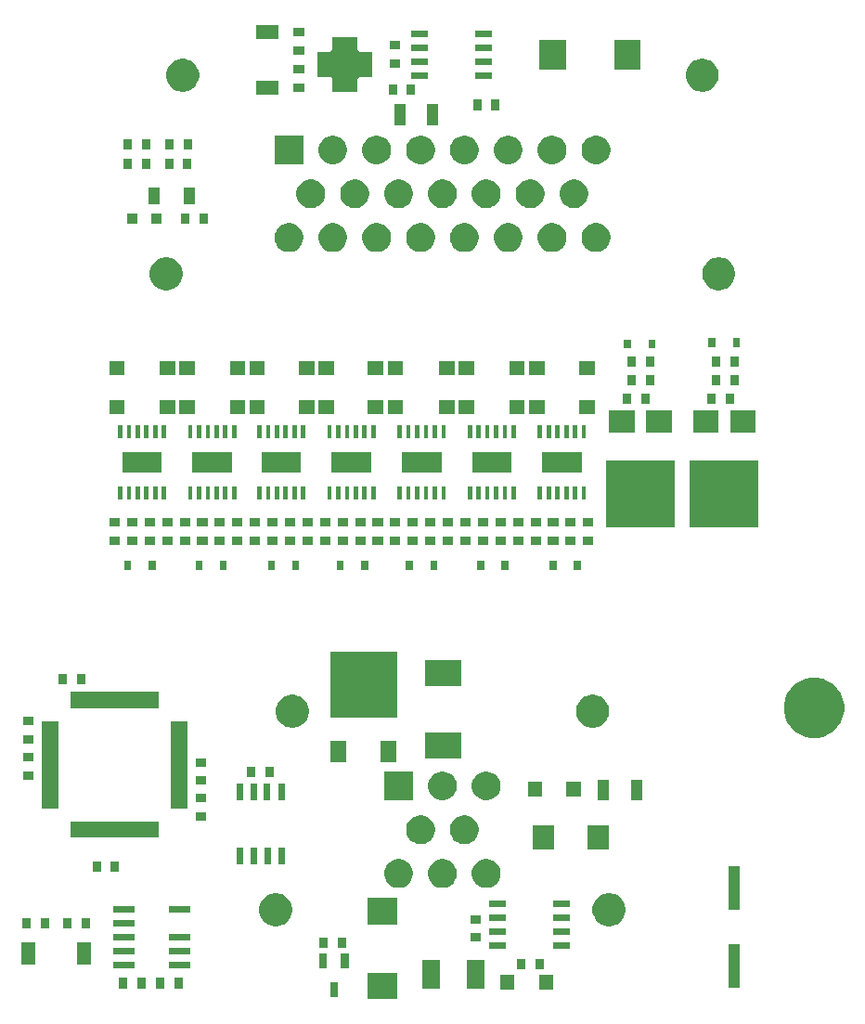
<source format=gts>
G04 #@! TF.GenerationSoftware,KiCad,Pcbnew,(5.0.2-dirty)*
G04 #@! TF.CreationDate,2019-07-23T12:22:05+03:00*
G04 #@! TF.ProjectId,ccu,6363752e-6b69-4636-9164-5f7063625858,rev?*
G04 #@! TF.SameCoordinates,Original*
G04 #@! TF.FileFunction,Soldermask,Top*
G04 #@! TF.FilePolarity,Negative*
%FSLAX46Y46*%
G04 Gerber Fmt 4.6, Leading zero omitted, Abs format (unit mm)*
G04 Created by KiCad (PCBNEW (5.0.2-dirty)) date ti 23. heinäkuuta 2019 12.22.05*
%MOMM*%
%LPD*%
G01*
G04 APERTURE LIST*
%ADD10C,0.100000*%
G04 APERTURE END LIST*
D10*
G36*
X163900000Y-138450000D02*
X161200000Y-138450000D01*
X161200000Y-136050000D01*
X163900000Y-136050000D01*
X163900000Y-138450000D01*
X163900000Y-138450000D01*
G37*
G36*
X158450000Y-138275000D02*
X157750000Y-138275000D01*
X157750000Y-136925000D01*
X158450000Y-136925000D01*
X158450000Y-138275000D01*
X158450000Y-138275000D01*
G37*
G36*
X174583670Y-137599770D02*
X173285730Y-137599770D01*
X173285730Y-136200230D01*
X174583670Y-136200230D01*
X174583670Y-137599770D01*
X174583670Y-137599770D01*
G37*
G36*
X178114270Y-137599770D02*
X176816330Y-137599770D01*
X176816330Y-136200230D01*
X178114270Y-136200230D01*
X178114270Y-137599770D01*
X178114270Y-137599770D01*
G37*
G36*
X171800000Y-137500000D02*
X170200000Y-137500000D01*
X170200000Y-134900000D01*
X171800000Y-134900000D01*
X171800000Y-137500000D01*
X171800000Y-137500000D01*
G37*
G36*
X167800000Y-137500000D02*
X166200000Y-137500000D01*
X166200000Y-134900000D01*
X167800000Y-134900000D01*
X167800000Y-137500000D01*
X167800000Y-137500000D01*
G37*
G36*
X144319200Y-137469900D02*
X143557200Y-137469900D01*
X143557200Y-136530100D01*
X144319200Y-136530100D01*
X144319200Y-137469900D01*
X144319200Y-137469900D01*
G37*
G36*
X140919200Y-137469900D02*
X140157200Y-137469900D01*
X140157200Y-136530100D01*
X140919200Y-136530100D01*
X140919200Y-137469900D01*
X140919200Y-137469900D01*
G37*
G36*
X139242800Y-137469900D02*
X138480800Y-137469900D01*
X138480800Y-136530100D01*
X139242800Y-136530100D01*
X139242800Y-137469900D01*
X139242800Y-137469900D01*
G37*
G36*
X142642800Y-137469900D02*
X141880800Y-137469900D01*
X141880800Y-136530100D01*
X142642800Y-136530100D01*
X142642800Y-137469900D01*
X142642800Y-137469900D01*
G37*
G36*
X195099110Y-137447360D02*
X194100890Y-137447360D01*
X194100890Y-133449400D01*
X195099110Y-133449400D01*
X195099110Y-137447360D01*
X195099110Y-137447360D01*
G37*
G36*
X175542800Y-135769900D02*
X174780800Y-135769900D01*
X174780800Y-134830100D01*
X175542800Y-134830100D01*
X175542800Y-135769900D01*
X175542800Y-135769900D01*
G37*
G36*
X177219200Y-135769900D02*
X176457200Y-135769900D01*
X176457200Y-134830100D01*
X177219200Y-134830100D01*
X177219200Y-135769900D01*
X177219200Y-135769900D01*
G37*
G36*
X159450000Y-135675000D02*
X158750000Y-135675000D01*
X158750000Y-134325000D01*
X159450000Y-134325000D01*
X159450000Y-135675000D01*
X159450000Y-135675000D01*
G37*
G36*
X157450000Y-135675000D02*
X156750000Y-135675000D01*
X156750000Y-134325000D01*
X157450000Y-134325000D01*
X157450000Y-135675000D01*
X157450000Y-135675000D01*
G37*
G36*
X139912500Y-135657500D02*
X138007500Y-135657500D01*
X138007500Y-135022500D01*
X139912500Y-135022500D01*
X139912500Y-135657500D01*
X139912500Y-135657500D01*
G37*
G36*
X144992500Y-135657500D02*
X143087500Y-135657500D01*
X143087500Y-135022500D01*
X144992500Y-135022500D01*
X144992500Y-135657500D01*
X144992500Y-135657500D01*
G37*
G36*
X135950000Y-135300000D02*
X134650000Y-135300000D01*
X134650000Y-133300000D01*
X135950000Y-133300000D01*
X135950000Y-135300000D01*
X135950000Y-135300000D01*
G37*
G36*
X130870000Y-135300000D02*
X129570000Y-135300000D01*
X129570000Y-133300000D01*
X130870000Y-133300000D01*
X130870000Y-135300000D01*
X130870000Y-135300000D01*
G37*
G36*
X144992500Y-134387500D02*
X143087500Y-134387500D01*
X143087500Y-133752500D01*
X144992500Y-133752500D01*
X144992500Y-134387500D01*
X144992500Y-134387500D01*
G37*
G36*
X139912500Y-134387500D02*
X138007500Y-134387500D01*
X138007500Y-133752500D01*
X139912500Y-133752500D01*
X139912500Y-134387500D01*
X139912500Y-134387500D01*
G37*
G36*
X173741000Y-133905000D02*
X172217000Y-133905000D01*
X172217000Y-133305000D01*
X173741000Y-133305000D01*
X173741000Y-133905000D01*
X173741000Y-133905000D01*
G37*
G36*
X179583000Y-133905000D02*
X178059000Y-133905000D01*
X178059000Y-133305000D01*
X179583000Y-133305000D01*
X179583000Y-133905000D01*
X179583000Y-133905000D01*
G37*
G36*
X159219200Y-133769900D02*
X158457200Y-133769900D01*
X158457200Y-132830100D01*
X159219200Y-132830100D01*
X159219200Y-133769900D01*
X159219200Y-133769900D01*
G37*
G36*
X157542800Y-133769900D02*
X156780800Y-133769900D01*
X156780800Y-132830100D01*
X157542800Y-132830100D01*
X157542800Y-133769900D01*
X157542800Y-133769900D01*
G37*
G36*
X171469900Y-133219200D02*
X170530100Y-133219200D01*
X170530100Y-132457200D01*
X171469900Y-132457200D01*
X171469900Y-133219200D01*
X171469900Y-133219200D01*
G37*
G36*
X144992500Y-133117500D02*
X143087500Y-133117500D01*
X143087500Y-132482500D01*
X144992500Y-132482500D01*
X144992500Y-133117500D01*
X144992500Y-133117500D01*
G37*
G36*
X139912500Y-133117500D02*
X138007500Y-133117500D01*
X138007500Y-132482500D01*
X139912500Y-132482500D01*
X139912500Y-133117500D01*
X139912500Y-133117500D01*
G37*
G36*
X173741000Y-132635000D02*
X172217000Y-132635000D01*
X172217000Y-132035000D01*
X173741000Y-132035000D01*
X173741000Y-132635000D01*
X173741000Y-132635000D01*
G37*
G36*
X179583000Y-132617500D02*
X178059000Y-132617500D01*
X178059000Y-131982500D01*
X179583000Y-131982500D01*
X179583000Y-132617500D01*
X179583000Y-132617500D01*
G37*
G36*
X132119200Y-131969900D02*
X131357200Y-131969900D01*
X131357200Y-131030100D01*
X132119200Y-131030100D01*
X132119200Y-131969900D01*
X132119200Y-131969900D01*
G37*
G36*
X135819200Y-131969900D02*
X135057200Y-131969900D01*
X135057200Y-131030100D01*
X135819200Y-131030100D01*
X135819200Y-131969900D01*
X135819200Y-131969900D01*
G37*
G36*
X134142800Y-131969900D02*
X133380800Y-131969900D01*
X133380800Y-131030100D01*
X134142800Y-131030100D01*
X134142800Y-131969900D01*
X134142800Y-131969900D01*
G37*
G36*
X130442800Y-131969900D02*
X129680800Y-131969900D01*
X129680800Y-131030100D01*
X130442800Y-131030100D01*
X130442800Y-131969900D01*
X130442800Y-131969900D01*
G37*
G36*
X139912500Y-131847500D02*
X138007500Y-131847500D01*
X138007500Y-131212500D01*
X139912500Y-131212500D01*
X139912500Y-131847500D01*
X139912500Y-131847500D01*
G37*
G36*
X153141545Y-128838516D02*
X153238136Y-128857729D01*
X153351199Y-128904562D01*
X153511094Y-128970792D01*
X153756754Y-129134937D01*
X153965663Y-129343846D01*
X154129808Y-129589506D01*
X154242871Y-129862465D01*
X154300510Y-130152234D01*
X154300510Y-130447686D01*
X154242871Y-130737455D01*
X154129808Y-131010414D01*
X153965663Y-131256074D01*
X153756754Y-131464983D01*
X153511094Y-131629128D01*
X153351199Y-131695358D01*
X153238136Y-131742191D01*
X153141545Y-131761404D01*
X152948366Y-131799830D01*
X152652914Y-131799830D01*
X152459735Y-131761404D01*
X152363144Y-131742191D01*
X152250081Y-131695358D01*
X152090186Y-131629128D01*
X151844526Y-131464983D01*
X151635617Y-131256074D01*
X151471472Y-131010414D01*
X151358409Y-130737455D01*
X151300770Y-130447686D01*
X151300770Y-130152234D01*
X151358409Y-129862465D01*
X151471472Y-129589506D01*
X151635617Y-129343846D01*
X151844526Y-129134937D01*
X152090186Y-128970792D01*
X152250081Y-128904562D01*
X152363144Y-128857729D01*
X152459735Y-128838516D01*
X152652914Y-128800090D01*
X152948366Y-128800090D01*
X153141545Y-128838516D01*
X153141545Y-128838516D01*
G37*
G36*
X183540265Y-128838516D02*
X183636856Y-128857729D01*
X183749919Y-128904562D01*
X183909814Y-128970792D01*
X184155474Y-129134937D01*
X184364383Y-129343846D01*
X184528528Y-129589506D01*
X184641591Y-129862465D01*
X184699230Y-130152234D01*
X184699230Y-130447686D01*
X184641591Y-130737455D01*
X184528528Y-131010414D01*
X184364383Y-131256074D01*
X184155474Y-131464983D01*
X183909814Y-131629128D01*
X183749919Y-131695358D01*
X183636856Y-131742191D01*
X183540265Y-131761404D01*
X183347086Y-131799830D01*
X183051634Y-131799830D01*
X182858455Y-131761404D01*
X182761864Y-131742191D01*
X182648801Y-131695358D01*
X182488906Y-131629128D01*
X182243246Y-131464983D01*
X182034337Y-131256074D01*
X181870192Y-131010414D01*
X181757129Y-130737455D01*
X181699490Y-130447686D01*
X181699490Y-130152234D01*
X181757129Y-129862465D01*
X181870192Y-129589506D01*
X182034337Y-129343846D01*
X182243246Y-129134937D01*
X182488906Y-128970792D01*
X182648801Y-128904562D01*
X182761864Y-128857729D01*
X182858455Y-128838516D01*
X183051634Y-128800090D01*
X183347086Y-128800090D01*
X183540265Y-128838516D01*
X183540265Y-128838516D01*
G37*
G36*
X163900000Y-131650000D02*
X161200000Y-131650000D01*
X161200000Y-129250000D01*
X163900000Y-129250000D01*
X163900000Y-131650000D01*
X163900000Y-131650000D01*
G37*
G36*
X171469900Y-131542800D02*
X170530100Y-131542800D01*
X170530100Y-130780800D01*
X171469900Y-130780800D01*
X171469900Y-131542800D01*
X171469900Y-131542800D01*
G37*
G36*
X179583000Y-131365000D02*
X178059000Y-131365000D01*
X178059000Y-130765000D01*
X179583000Y-130765000D01*
X179583000Y-131365000D01*
X179583000Y-131365000D01*
G37*
G36*
X173741000Y-131365000D02*
X172217000Y-131365000D01*
X172217000Y-130765000D01*
X173741000Y-130765000D01*
X173741000Y-131365000D01*
X173741000Y-131365000D01*
G37*
G36*
X144992500Y-130577500D02*
X143087500Y-130577500D01*
X143087500Y-129942500D01*
X144992500Y-129942500D01*
X144992500Y-130577500D01*
X144992500Y-130577500D01*
G37*
G36*
X139912500Y-130577500D02*
X138007500Y-130577500D01*
X138007500Y-129942500D01*
X139912500Y-129942500D01*
X139912500Y-130577500D01*
X139912500Y-130577500D01*
G37*
G36*
X195099110Y-130350600D02*
X194100890Y-130350600D01*
X194100890Y-126352640D01*
X195099110Y-126352640D01*
X195099110Y-130350600D01*
X195099110Y-130350600D01*
G37*
G36*
X179583000Y-130095000D02*
X178059000Y-130095000D01*
X178059000Y-129495000D01*
X179583000Y-129495000D01*
X179583000Y-130095000D01*
X179583000Y-130095000D01*
G37*
G36*
X173741000Y-130095000D02*
X172217000Y-130095000D01*
X172217000Y-129495000D01*
X173741000Y-129495000D01*
X173741000Y-130095000D01*
X173741000Y-130095000D01*
G37*
G36*
X164384707Y-125736465D02*
X164384709Y-125736466D01*
X164384710Y-125736466D01*
X164623463Y-125835360D01*
X164837364Y-125978285D01*
X164838337Y-125978935D01*
X165021065Y-126161663D01*
X165021067Y-126161666D01*
X165164640Y-126376537D01*
X165263534Y-126615290D01*
X165313950Y-126868748D01*
X165313950Y-127127172D01*
X165263534Y-127380630D01*
X165164640Y-127619383D01*
X165021715Y-127833284D01*
X165021065Y-127834257D01*
X164838337Y-128016985D01*
X164838334Y-128016987D01*
X164623463Y-128160560D01*
X164384710Y-128259454D01*
X164384709Y-128259454D01*
X164384707Y-128259455D01*
X164131253Y-128309870D01*
X163872827Y-128309870D01*
X163619373Y-128259455D01*
X163619371Y-128259454D01*
X163619370Y-128259454D01*
X163380617Y-128160560D01*
X163165746Y-128016987D01*
X163165743Y-128016985D01*
X162983015Y-127834257D01*
X162982365Y-127833284D01*
X162839440Y-127619383D01*
X162740546Y-127380630D01*
X162690130Y-127127172D01*
X162690130Y-126868748D01*
X162740546Y-126615290D01*
X162839440Y-126376537D01*
X162983013Y-126161666D01*
X162983015Y-126161663D01*
X163165743Y-125978935D01*
X163166716Y-125978285D01*
X163380617Y-125835360D01*
X163619370Y-125736466D01*
X163619371Y-125736466D01*
X163619373Y-125736465D01*
X163872827Y-125686050D01*
X164131253Y-125686050D01*
X164384707Y-125736465D01*
X164384707Y-125736465D01*
G37*
G36*
X168382667Y-125736465D02*
X168382669Y-125736466D01*
X168382670Y-125736466D01*
X168621423Y-125835360D01*
X168835324Y-125978285D01*
X168836297Y-125978935D01*
X169019025Y-126161663D01*
X169019027Y-126161666D01*
X169162600Y-126376537D01*
X169261494Y-126615290D01*
X169311910Y-126868748D01*
X169311910Y-127127172D01*
X169261494Y-127380630D01*
X169162600Y-127619383D01*
X169019675Y-127833284D01*
X169019025Y-127834257D01*
X168836297Y-128016985D01*
X168836294Y-128016987D01*
X168621423Y-128160560D01*
X168382670Y-128259454D01*
X168382669Y-128259454D01*
X168382667Y-128259455D01*
X168129213Y-128309870D01*
X167870787Y-128309870D01*
X167617333Y-128259455D01*
X167617331Y-128259454D01*
X167617330Y-128259454D01*
X167378577Y-128160560D01*
X167163706Y-128016987D01*
X167163703Y-128016985D01*
X166980975Y-127834257D01*
X166980325Y-127833284D01*
X166837400Y-127619383D01*
X166738506Y-127380630D01*
X166688090Y-127127172D01*
X166688090Y-126868748D01*
X166738506Y-126615290D01*
X166837400Y-126376537D01*
X166980973Y-126161666D01*
X166980975Y-126161663D01*
X167163703Y-125978935D01*
X167164676Y-125978285D01*
X167378577Y-125835360D01*
X167617330Y-125736466D01*
X167617331Y-125736466D01*
X167617333Y-125736465D01*
X167870787Y-125686050D01*
X168129213Y-125686050D01*
X168382667Y-125736465D01*
X168382667Y-125736465D01*
G37*
G36*
X172380627Y-125736465D02*
X172380629Y-125736466D01*
X172380630Y-125736466D01*
X172619383Y-125835360D01*
X172833284Y-125978285D01*
X172834257Y-125978935D01*
X173016985Y-126161663D01*
X173016987Y-126161666D01*
X173160560Y-126376537D01*
X173259454Y-126615290D01*
X173309870Y-126868748D01*
X173309870Y-127127172D01*
X173259454Y-127380630D01*
X173160560Y-127619383D01*
X173017635Y-127833284D01*
X173016985Y-127834257D01*
X172834257Y-128016985D01*
X172834254Y-128016987D01*
X172619383Y-128160560D01*
X172380630Y-128259454D01*
X172380629Y-128259454D01*
X172380627Y-128259455D01*
X172127173Y-128309870D01*
X171868747Y-128309870D01*
X171615293Y-128259455D01*
X171615291Y-128259454D01*
X171615290Y-128259454D01*
X171376537Y-128160560D01*
X171161666Y-128016987D01*
X171161663Y-128016985D01*
X170978935Y-127834257D01*
X170978285Y-127833284D01*
X170835360Y-127619383D01*
X170736466Y-127380630D01*
X170686050Y-127127172D01*
X170686050Y-126868748D01*
X170736466Y-126615290D01*
X170835360Y-126376537D01*
X170978933Y-126161666D01*
X170978935Y-126161663D01*
X171161663Y-125978935D01*
X171162636Y-125978285D01*
X171376537Y-125835360D01*
X171615290Y-125736466D01*
X171615291Y-125736466D01*
X171615293Y-125736465D01*
X171868747Y-125686050D01*
X172127173Y-125686050D01*
X172380627Y-125736465D01*
X172380627Y-125736465D01*
G37*
G36*
X136842800Y-126869900D02*
X136080800Y-126869900D01*
X136080800Y-125930100D01*
X136842800Y-125930100D01*
X136842800Y-126869900D01*
X136842800Y-126869900D01*
G37*
G36*
X138519200Y-126869900D02*
X137757200Y-126869900D01*
X137757200Y-125930100D01*
X138519200Y-125930100D01*
X138519200Y-126869900D01*
X138519200Y-126869900D01*
G37*
G36*
X153605000Y-126183000D02*
X153005000Y-126183000D01*
X153005000Y-124659000D01*
X153605000Y-124659000D01*
X153605000Y-126183000D01*
X153605000Y-126183000D01*
G37*
G36*
X152335000Y-126183000D02*
X151735000Y-126183000D01*
X151735000Y-124659000D01*
X152335000Y-124659000D01*
X152335000Y-126183000D01*
X152335000Y-126183000D01*
G37*
G36*
X151065000Y-126183000D02*
X150465000Y-126183000D01*
X150465000Y-124659000D01*
X151065000Y-124659000D01*
X151065000Y-126183000D01*
X151065000Y-126183000D01*
G37*
G36*
X149795000Y-126183000D02*
X149195000Y-126183000D01*
X149195000Y-124659000D01*
X149795000Y-124659000D01*
X149795000Y-126183000D01*
X149795000Y-126183000D01*
G37*
G36*
X183150000Y-124789660D02*
X181250000Y-124789660D01*
X181250000Y-122610340D01*
X183150000Y-122610340D01*
X183150000Y-124789660D01*
X183150000Y-124789660D01*
G37*
G36*
X178150000Y-124789660D02*
X176250000Y-124789660D01*
X176250000Y-122610340D01*
X178150000Y-122610340D01*
X178150000Y-124789660D01*
X178150000Y-124789660D01*
G37*
G36*
X170381647Y-121738505D02*
X170381649Y-121738506D01*
X170381650Y-121738506D01*
X170620403Y-121837400D01*
X170834304Y-121980325D01*
X170835277Y-121980975D01*
X171018005Y-122163703D01*
X171018007Y-122163706D01*
X171161580Y-122378577D01*
X171260474Y-122617330D01*
X171310890Y-122870788D01*
X171310890Y-123129212D01*
X171260474Y-123382670D01*
X171161580Y-123621423D01*
X171077551Y-123747180D01*
X171018005Y-123836297D01*
X170835277Y-124019025D01*
X170835274Y-124019027D01*
X170620403Y-124162600D01*
X170381650Y-124261494D01*
X170381649Y-124261494D01*
X170381647Y-124261495D01*
X170128193Y-124311910D01*
X169869767Y-124311910D01*
X169616313Y-124261495D01*
X169616311Y-124261494D01*
X169616310Y-124261494D01*
X169377557Y-124162600D01*
X169162686Y-124019027D01*
X169162683Y-124019025D01*
X168979955Y-123836297D01*
X168920409Y-123747180D01*
X168836380Y-123621423D01*
X168737486Y-123382670D01*
X168687070Y-123129212D01*
X168687070Y-122870788D01*
X168737486Y-122617330D01*
X168836380Y-122378577D01*
X168979953Y-122163706D01*
X168979955Y-122163703D01*
X169162683Y-121980975D01*
X169163656Y-121980325D01*
X169377557Y-121837400D01*
X169616310Y-121738506D01*
X169616311Y-121738506D01*
X169616313Y-121738505D01*
X169869767Y-121688090D01*
X170128193Y-121688090D01*
X170381647Y-121738505D01*
X170381647Y-121738505D01*
G37*
G36*
X166383687Y-121738505D02*
X166383689Y-121738506D01*
X166383690Y-121738506D01*
X166622443Y-121837400D01*
X166836344Y-121980325D01*
X166837317Y-121980975D01*
X167020045Y-122163703D01*
X167020047Y-122163706D01*
X167163620Y-122378577D01*
X167262514Y-122617330D01*
X167312930Y-122870788D01*
X167312930Y-123129212D01*
X167262514Y-123382670D01*
X167163620Y-123621423D01*
X167079591Y-123747180D01*
X167020045Y-123836297D01*
X166837317Y-124019025D01*
X166837314Y-124019027D01*
X166622443Y-124162600D01*
X166383690Y-124261494D01*
X166383689Y-124261494D01*
X166383687Y-124261495D01*
X166130233Y-124311910D01*
X165871807Y-124311910D01*
X165618353Y-124261495D01*
X165618351Y-124261494D01*
X165618350Y-124261494D01*
X165379597Y-124162600D01*
X165164726Y-124019027D01*
X165164723Y-124019025D01*
X164981995Y-123836297D01*
X164922449Y-123747180D01*
X164838420Y-123621423D01*
X164739526Y-123382670D01*
X164689110Y-123129212D01*
X164689110Y-122870788D01*
X164739526Y-122617330D01*
X164838420Y-122378577D01*
X164981993Y-122163706D01*
X164981995Y-122163703D01*
X165164723Y-121980975D01*
X165165696Y-121980325D01*
X165379597Y-121837400D01*
X165618350Y-121738506D01*
X165618351Y-121738506D01*
X165618353Y-121738505D01*
X165871807Y-121688090D01*
X166130233Y-121688090D01*
X166383687Y-121738505D01*
X166383687Y-121738505D01*
G37*
G36*
X142109390Y-123747180D02*
X134090610Y-123747180D01*
X134090610Y-122248580D01*
X142109390Y-122248580D01*
X142109390Y-123747180D01*
X142109390Y-123747180D01*
G37*
G36*
X146469900Y-122181000D02*
X145530100Y-122181000D01*
X145530100Y-121419000D01*
X146469900Y-121419000D01*
X146469900Y-122181000D01*
X146469900Y-122181000D01*
G37*
G36*
X144747180Y-121109390D02*
X143248580Y-121109390D01*
X143248580Y-113090610D01*
X144747180Y-113090610D01*
X144747180Y-121109390D01*
X144747180Y-121109390D01*
G37*
G36*
X132951420Y-121109390D02*
X131452820Y-121109390D01*
X131452820Y-113090610D01*
X132951420Y-113090610D01*
X132951420Y-121109390D01*
X132951420Y-121109390D01*
G37*
G36*
X146469900Y-120504600D02*
X145530100Y-120504600D01*
X145530100Y-119742600D01*
X146469900Y-119742600D01*
X146469900Y-120504600D01*
X146469900Y-120504600D01*
G37*
G36*
X183200510Y-120349960D02*
X182202290Y-120349960D01*
X182202290Y-118450040D01*
X183200510Y-118450040D01*
X183200510Y-120349960D01*
X183200510Y-120349960D01*
G37*
G36*
X186197710Y-120349960D02*
X185199490Y-120349960D01*
X185199490Y-118450040D01*
X186197710Y-118450040D01*
X186197710Y-120349960D01*
X186197710Y-120349960D01*
G37*
G36*
X152317500Y-120341000D02*
X151682500Y-120341000D01*
X151682500Y-118817000D01*
X152317500Y-118817000D01*
X152317500Y-120341000D01*
X152317500Y-120341000D01*
G37*
G36*
X153605000Y-120341000D02*
X153005000Y-120341000D01*
X153005000Y-118817000D01*
X153605000Y-118817000D01*
X153605000Y-120341000D01*
X153605000Y-120341000D01*
G37*
G36*
X149795000Y-120341000D02*
X149195000Y-120341000D01*
X149195000Y-118817000D01*
X149795000Y-118817000D01*
X149795000Y-120341000D01*
X149795000Y-120341000D01*
G37*
G36*
X151065000Y-120341000D02*
X150465000Y-120341000D01*
X150465000Y-118817000D01*
X151065000Y-118817000D01*
X151065000Y-120341000D01*
X151065000Y-120341000D01*
G37*
G36*
X172380627Y-117740545D02*
X172380629Y-117740546D01*
X172380630Y-117740546D01*
X172619383Y-117839440D01*
X172833284Y-117982365D01*
X172834257Y-117983015D01*
X173016985Y-118165743D01*
X173016987Y-118165746D01*
X173160560Y-118380617D01*
X173259454Y-118619370D01*
X173309870Y-118872828D01*
X173309870Y-119131252D01*
X173259454Y-119384710D01*
X173160560Y-119623463D01*
X173017635Y-119837364D01*
X173016985Y-119838337D01*
X172834257Y-120021065D01*
X172834254Y-120021067D01*
X172619383Y-120164640D01*
X172380630Y-120263534D01*
X172380629Y-120263534D01*
X172380627Y-120263535D01*
X172127173Y-120313950D01*
X171868747Y-120313950D01*
X171615293Y-120263535D01*
X171615291Y-120263534D01*
X171615290Y-120263534D01*
X171376537Y-120164640D01*
X171161666Y-120021067D01*
X171161663Y-120021065D01*
X170978935Y-119838337D01*
X170978285Y-119837364D01*
X170835360Y-119623463D01*
X170736466Y-119384710D01*
X170686050Y-119131252D01*
X170686050Y-118872828D01*
X170736466Y-118619370D01*
X170835360Y-118380617D01*
X170978933Y-118165746D01*
X170978935Y-118165743D01*
X171161663Y-117983015D01*
X171162636Y-117982365D01*
X171376537Y-117839440D01*
X171615290Y-117740546D01*
X171615291Y-117740546D01*
X171615293Y-117740545D01*
X171868747Y-117690130D01*
X172127173Y-117690130D01*
X172380627Y-117740545D01*
X172380627Y-117740545D01*
G37*
G36*
X168382667Y-117740545D02*
X168382669Y-117740546D01*
X168382670Y-117740546D01*
X168621423Y-117839440D01*
X168835324Y-117982365D01*
X168836297Y-117983015D01*
X169019025Y-118165743D01*
X169019027Y-118165746D01*
X169162600Y-118380617D01*
X169261494Y-118619370D01*
X169311910Y-118872828D01*
X169311910Y-119131252D01*
X169261494Y-119384710D01*
X169162600Y-119623463D01*
X169019675Y-119837364D01*
X169019025Y-119838337D01*
X168836297Y-120021065D01*
X168836294Y-120021067D01*
X168621423Y-120164640D01*
X168382670Y-120263534D01*
X168382669Y-120263534D01*
X168382667Y-120263535D01*
X168129213Y-120313950D01*
X167870787Y-120313950D01*
X167617333Y-120263535D01*
X167617331Y-120263534D01*
X167617330Y-120263534D01*
X167378577Y-120164640D01*
X167163706Y-120021067D01*
X167163703Y-120021065D01*
X166980975Y-119838337D01*
X166980325Y-119837364D01*
X166837400Y-119623463D01*
X166738506Y-119384710D01*
X166688090Y-119131252D01*
X166688090Y-118872828D01*
X166738506Y-118619370D01*
X166837400Y-118380617D01*
X166980973Y-118165746D01*
X166980975Y-118165743D01*
X167163703Y-117983015D01*
X167164676Y-117982365D01*
X167378577Y-117839440D01*
X167617330Y-117740546D01*
X167617331Y-117740546D01*
X167617333Y-117740545D01*
X167870787Y-117690130D01*
X168129213Y-117690130D01*
X168382667Y-117740545D01*
X168382667Y-117740545D01*
G37*
G36*
X165313950Y-120313950D02*
X162690130Y-120313950D01*
X162690130Y-117690130D01*
X165313950Y-117690130D01*
X165313950Y-120313950D01*
X165313950Y-120313950D01*
G37*
G36*
X180614270Y-119999770D02*
X179316330Y-119999770D01*
X179316330Y-118600230D01*
X180614270Y-118600230D01*
X180614270Y-119999770D01*
X180614270Y-119999770D01*
G37*
G36*
X177083670Y-119999770D02*
X175785730Y-119999770D01*
X175785730Y-118600230D01*
X177083670Y-118600230D01*
X177083670Y-119999770D01*
X177083670Y-119999770D01*
G37*
G36*
X146469900Y-118919200D02*
X145530100Y-118919200D01*
X145530100Y-118157200D01*
X146469900Y-118157200D01*
X146469900Y-118919200D01*
X146469900Y-118919200D01*
G37*
G36*
X130669900Y-118419200D02*
X129730100Y-118419200D01*
X129730100Y-117657200D01*
X130669900Y-117657200D01*
X130669900Y-118419200D01*
X130669900Y-118419200D01*
G37*
G36*
X150942800Y-118169900D02*
X150180800Y-118169900D01*
X150180800Y-117230100D01*
X150942800Y-117230100D01*
X150942800Y-118169900D01*
X150942800Y-118169900D01*
G37*
G36*
X152619200Y-118169900D02*
X151857200Y-118169900D01*
X151857200Y-117230100D01*
X152619200Y-117230100D01*
X152619200Y-118169900D01*
X152619200Y-118169900D01*
G37*
G36*
X146469900Y-117242800D02*
X145530100Y-117242800D01*
X145530100Y-116480800D01*
X146469900Y-116480800D01*
X146469900Y-117242800D01*
X146469900Y-117242800D01*
G37*
G36*
X163790000Y-116835000D02*
X162390000Y-116835000D01*
X162390000Y-114935000D01*
X163790000Y-114935000D01*
X163790000Y-116835000D01*
X163790000Y-116835000D01*
G37*
G36*
X159210000Y-116835000D02*
X157810000Y-116835000D01*
X157810000Y-114935000D01*
X159210000Y-114935000D01*
X159210000Y-116835000D01*
X159210000Y-116835000D01*
G37*
G36*
X130669900Y-116742800D02*
X129730100Y-116742800D01*
X129730100Y-115980800D01*
X130669900Y-115980800D01*
X130669900Y-116742800D01*
X130669900Y-116742800D01*
G37*
G36*
X169750000Y-116500000D02*
X166450000Y-116500000D01*
X166450000Y-114100000D01*
X169750000Y-114100000D01*
X169750000Y-116500000D01*
X169750000Y-116500000D01*
G37*
G36*
X130669900Y-115119200D02*
X129730100Y-115119200D01*
X129730100Y-114357200D01*
X130669900Y-114357200D01*
X130669900Y-115119200D01*
X130669900Y-115119200D01*
G37*
G36*
X202702145Y-109255681D02*
X203202612Y-109462981D01*
X203653026Y-109763938D01*
X204036062Y-110146974D01*
X204337019Y-110597388D01*
X204544319Y-111097855D01*
X204650000Y-111629147D01*
X204650000Y-112170853D01*
X204544319Y-112702145D01*
X204337019Y-113202612D01*
X204036062Y-113653026D01*
X203653026Y-114036062D01*
X203202612Y-114337019D01*
X202702145Y-114544319D01*
X202170853Y-114650000D01*
X201629147Y-114650000D01*
X201097855Y-114544319D01*
X200597388Y-114337019D01*
X200146974Y-114036062D01*
X199763938Y-113653026D01*
X199462981Y-113202612D01*
X199255681Y-112702145D01*
X199150000Y-112170853D01*
X199150000Y-111629147D01*
X199255681Y-111097855D01*
X199462981Y-110597388D01*
X199763938Y-110146974D01*
X200146974Y-109763938D01*
X200597388Y-109462981D01*
X201097855Y-109255681D01*
X201629147Y-109150000D01*
X202170853Y-109150000D01*
X202702145Y-109255681D01*
X202702145Y-109255681D01*
G37*
G36*
X182039125Y-110741016D02*
X182135716Y-110760229D01*
X182248779Y-110807062D01*
X182408674Y-110873292D01*
X182654334Y-111037437D01*
X182863243Y-111246346D01*
X183027388Y-111492006D01*
X183084194Y-111629149D01*
X183140451Y-111764964D01*
X183198090Y-112054736D01*
X183198090Y-112350184D01*
X183140451Y-112639956D01*
X183114691Y-112702145D01*
X183027388Y-112912914D01*
X182863243Y-113158574D01*
X182654334Y-113367483D01*
X182408674Y-113531628D01*
X182248779Y-113597858D01*
X182135716Y-113644691D01*
X182039125Y-113663904D01*
X181845946Y-113702330D01*
X181550494Y-113702330D01*
X181357315Y-113663904D01*
X181260724Y-113644691D01*
X181147661Y-113597858D01*
X180987766Y-113531628D01*
X180742106Y-113367483D01*
X180533197Y-113158574D01*
X180369052Y-112912914D01*
X180281749Y-112702145D01*
X180255989Y-112639956D01*
X180198350Y-112350184D01*
X180198350Y-112054736D01*
X180255989Y-111764964D01*
X180312246Y-111629149D01*
X180369052Y-111492006D01*
X180533197Y-111246346D01*
X180742106Y-111037437D01*
X180987766Y-110873292D01*
X181147661Y-110807062D01*
X181260724Y-110760229D01*
X181357315Y-110741016D01*
X181550494Y-110702590D01*
X181845946Y-110702590D01*
X182039125Y-110741016D01*
X182039125Y-110741016D01*
G37*
G36*
X154642685Y-110741016D02*
X154739276Y-110760229D01*
X154852339Y-110807062D01*
X155012234Y-110873292D01*
X155257894Y-111037437D01*
X155466803Y-111246346D01*
X155630948Y-111492006D01*
X155687754Y-111629149D01*
X155744011Y-111764964D01*
X155801650Y-112054736D01*
X155801650Y-112350184D01*
X155744011Y-112639956D01*
X155718251Y-112702145D01*
X155630948Y-112912914D01*
X155466803Y-113158574D01*
X155257894Y-113367483D01*
X155012234Y-113531628D01*
X154852339Y-113597858D01*
X154739276Y-113644691D01*
X154642685Y-113663904D01*
X154449506Y-113702330D01*
X154154054Y-113702330D01*
X153960875Y-113663904D01*
X153864284Y-113644691D01*
X153751221Y-113597858D01*
X153591326Y-113531628D01*
X153345666Y-113367483D01*
X153136757Y-113158574D01*
X152972612Y-112912914D01*
X152885309Y-112702145D01*
X152859549Y-112639956D01*
X152801910Y-112350184D01*
X152801910Y-112054736D01*
X152859549Y-111764964D01*
X152915806Y-111629149D01*
X152972612Y-111492006D01*
X153136757Y-111246346D01*
X153345666Y-111037437D01*
X153591326Y-110873292D01*
X153751221Y-110807062D01*
X153864284Y-110760229D01*
X153960875Y-110741016D01*
X154154054Y-110702590D01*
X154449506Y-110702590D01*
X154642685Y-110741016D01*
X154642685Y-110741016D01*
G37*
G36*
X130669900Y-113442800D02*
X129730100Y-113442800D01*
X129730100Y-112680800D01*
X130669900Y-112680800D01*
X130669900Y-113442800D01*
X130669900Y-113442800D01*
G37*
G36*
X163850000Y-112785000D02*
X157750000Y-112785000D01*
X157750000Y-106815000D01*
X163850000Y-106815000D01*
X163850000Y-112785000D01*
X163850000Y-112785000D01*
G37*
G36*
X142109390Y-111951420D02*
X134090610Y-111951420D01*
X134090610Y-110452820D01*
X142109390Y-110452820D01*
X142109390Y-111951420D01*
X142109390Y-111951420D01*
G37*
G36*
X169750000Y-109900000D02*
X166450000Y-109900000D01*
X166450000Y-107500000D01*
X169750000Y-107500000D01*
X169750000Y-109900000D01*
X169750000Y-109900000D01*
G37*
G36*
X135419200Y-109769900D02*
X134657200Y-109769900D01*
X134657200Y-108830100D01*
X135419200Y-108830100D01*
X135419200Y-109769900D01*
X135419200Y-109769900D01*
G37*
G36*
X133742800Y-109769900D02*
X132980800Y-109769900D01*
X132980800Y-108830100D01*
X133742800Y-108830100D01*
X133742800Y-109769900D01*
X133742800Y-109769900D01*
G37*
G36*
X152700000Y-99315000D02*
X152070000Y-99315000D01*
X152070000Y-98485000D01*
X152700000Y-98485000D01*
X152700000Y-99315000D01*
X152700000Y-99315000D01*
G37*
G36*
X180630000Y-99315000D02*
X180000000Y-99315000D01*
X180000000Y-98485000D01*
X180630000Y-98485000D01*
X180630000Y-99315000D01*
X180630000Y-99315000D01*
G37*
G36*
X178400000Y-99315000D02*
X177770000Y-99315000D01*
X177770000Y-98485000D01*
X178400000Y-98485000D01*
X178400000Y-99315000D01*
X178400000Y-99315000D01*
G37*
G36*
X174030000Y-99315000D02*
X173400000Y-99315000D01*
X173400000Y-98485000D01*
X174030000Y-98485000D01*
X174030000Y-99315000D01*
X174030000Y-99315000D01*
G37*
G36*
X171800000Y-99315000D02*
X171170000Y-99315000D01*
X171170000Y-98485000D01*
X171800000Y-98485000D01*
X171800000Y-99315000D01*
X171800000Y-99315000D01*
G37*
G36*
X165300000Y-99315000D02*
X164670000Y-99315000D01*
X164670000Y-98485000D01*
X165300000Y-98485000D01*
X165300000Y-99315000D01*
X165300000Y-99315000D01*
G37*
G36*
X167530000Y-99315000D02*
X166900000Y-99315000D01*
X166900000Y-98485000D01*
X167530000Y-98485000D01*
X167530000Y-99315000D01*
X167530000Y-99315000D01*
G37*
G36*
X159000000Y-99315000D02*
X158370000Y-99315000D01*
X158370000Y-98485000D01*
X159000000Y-98485000D01*
X159000000Y-99315000D01*
X159000000Y-99315000D01*
G37*
G36*
X141830000Y-99315000D02*
X141200000Y-99315000D01*
X141200000Y-98485000D01*
X141830000Y-98485000D01*
X141830000Y-99315000D01*
X141830000Y-99315000D01*
G37*
G36*
X139600000Y-99315000D02*
X138970000Y-99315000D01*
X138970000Y-98485000D01*
X139600000Y-98485000D01*
X139600000Y-99315000D01*
X139600000Y-99315000D01*
G37*
G36*
X146100000Y-99315000D02*
X145470000Y-99315000D01*
X145470000Y-98485000D01*
X146100000Y-98485000D01*
X146100000Y-99315000D01*
X146100000Y-99315000D01*
G37*
G36*
X148330000Y-99315000D02*
X147700000Y-99315000D01*
X147700000Y-98485000D01*
X148330000Y-98485000D01*
X148330000Y-99315000D01*
X148330000Y-99315000D01*
G37*
G36*
X154930000Y-99315000D02*
X154300000Y-99315000D01*
X154300000Y-98485000D01*
X154930000Y-98485000D01*
X154930000Y-99315000D01*
X154930000Y-99315000D01*
G37*
G36*
X161230000Y-99315000D02*
X160600000Y-99315000D01*
X160600000Y-98485000D01*
X161230000Y-98485000D01*
X161230000Y-99315000D01*
X161230000Y-99315000D01*
G37*
G36*
X159369900Y-97019200D02*
X158430100Y-97019200D01*
X158430100Y-96257200D01*
X159369900Y-96257200D01*
X159369900Y-97019200D01*
X159369900Y-97019200D01*
G37*
G36*
X152969900Y-97019200D02*
X152030100Y-97019200D01*
X152030100Y-96257200D01*
X152969900Y-96257200D01*
X152969900Y-97019200D01*
X152969900Y-97019200D01*
G37*
G36*
X148169900Y-97019200D02*
X147230100Y-97019200D01*
X147230100Y-96257200D01*
X148169900Y-96257200D01*
X148169900Y-97019200D01*
X148169900Y-97019200D01*
G37*
G36*
X144969900Y-97019200D02*
X144030100Y-97019200D01*
X144030100Y-96257200D01*
X144969900Y-96257200D01*
X144969900Y-97019200D01*
X144969900Y-97019200D01*
G37*
G36*
X146569900Y-97019200D02*
X145630100Y-97019200D01*
X145630100Y-96257200D01*
X146569900Y-96257200D01*
X146569900Y-97019200D01*
X146569900Y-97019200D01*
G37*
G36*
X141769900Y-97019200D02*
X140830100Y-97019200D01*
X140830100Y-96257200D01*
X141769900Y-96257200D01*
X141769900Y-97019200D01*
X141769900Y-97019200D01*
G37*
G36*
X140169900Y-97019200D02*
X139230100Y-97019200D01*
X139230100Y-96257200D01*
X140169900Y-96257200D01*
X140169900Y-97019200D01*
X140169900Y-97019200D01*
G37*
G36*
X181769900Y-97019200D02*
X180830100Y-97019200D01*
X180830100Y-96257200D01*
X181769900Y-96257200D01*
X181769900Y-97019200D01*
X181769900Y-97019200D01*
G37*
G36*
X175369900Y-97019200D02*
X174430100Y-97019200D01*
X174430100Y-96257200D01*
X175369900Y-96257200D01*
X175369900Y-97019200D01*
X175369900Y-97019200D01*
G37*
G36*
X168969900Y-97019200D02*
X168030100Y-97019200D01*
X168030100Y-96257200D01*
X168969900Y-96257200D01*
X168969900Y-97019200D01*
X168969900Y-97019200D01*
G37*
G36*
X143369900Y-97019200D02*
X142430100Y-97019200D01*
X142430100Y-96257200D01*
X143369900Y-96257200D01*
X143369900Y-97019200D01*
X143369900Y-97019200D01*
G37*
G36*
X149769900Y-97019200D02*
X148830100Y-97019200D01*
X148830100Y-96257200D01*
X149769900Y-96257200D01*
X149769900Y-97019200D01*
X149769900Y-97019200D01*
G37*
G36*
X162569900Y-97019200D02*
X161630100Y-97019200D01*
X161630100Y-96257200D01*
X162569900Y-96257200D01*
X162569900Y-97019200D01*
X162569900Y-97019200D01*
G37*
G36*
X156169900Y-97019200D02*
X155230100Y-97019200D01*
X155230100Y-96257200D01*
X156169900Y-96257200D01*
X156169900Y-97019200D01*
X156169900Y-97019200D01*
G37*
G36*
X151369900Y-97019200D02*
X150430100Y-97019200D01*
X150430100Y-96257200D01*
X151369900Y-96257200D01*
X151369900Y-97019200D01*
X151369900Y-97019200D01*
G37*
G36*
X154569900Y-97019200D02*
X153630100Y-97019200D01*
X153630100Y-96257200D01*
X154569900Y-96257200D01*
X154569900Y-97019200D01*
X154569900Y-97019200D01*
G37*
G36*
X178569900Y-97019200D02*
X177630100Y-97019200D01*
X177630100Y-96257200D01*
X178569900Y-96257200D01*
X178569900Y-97019200D01*
X178569900Y-97019200D01*
G37*
G36*
X176969900Y-97019200D02*
X176030100Y-97019200D01*
X176030100Y-96257200D01*
X176969900Y-96257200D01*
X176969900Y-97019200D01*
X176969900Y-97019200D01*
G37*
G36*
X180169900Y-97019200D02*
X179230100Y-97019200D01*
X179230100Y-96257200D01*
X180169900Y-96257200D01*
X180169900Y-97019200D01*
X180169900Y-97019200D01*
G37*
G36*
X173769900Y-97019200D02*
X172830100Y-97019200D01*
X172830100Y-96257200D01*
X173769900Y-96257200D01*
X173769900Y-97019200D01*
X173769900Y-97019200D01*
G37*
G36*
X170569900Y-97019200D02*
X169630100Y-97019200D01*
X169630100Y-96257200D01*
X170569900Y-96257200D01*
X170569900Y-97019200D01*
X170569900Y-97019200D01*
G37*
G36*
X172169900Y-97019200D02*
X171230100Y-97019200D01*
X171230100Y-96257200D01*
X172169900Y-96257200D01*
X172169900Y-97019200D01*
X172169900Y-97019200D01*
G37*
G36*
X167369900Y-97019200D02*
X166430100Y-97019200D01*
X166430100Y-96257200D01*
X167369900Y-96257200D01*
X167369900Y-97019200D01*
X167369900Y-97019200D01*
G37*
G36*
X164169900Y-97019200D02*
X163230100Y-97019200D01*
X163230100Y-96257200D01*
X164169900Y-96257200D01*
X164169900Y-97019200D01*
X164169900Y-97019200D01*
G37*
G36*
X165769900Y-97019200D02*
X164830100Y-97019200D01*
X164830100Y-96257200D01*
X165769900Y-96257200D01*
X165769900Y-97019200D01*
X165769900Y-97019200D01*
G37*
G36*
X160969900Y-97019200D02*
X160030100Y-97019200D01*
X160030100Y-96257200D01*
X160969900Y-96257200D01*
X160969900Y-97019200D01*
X160969900Y-97019200D01*
G37*
G36*
X138569900Y-97019200D02*
X137630100Y-97019200D01*
X137630100Y-96257200D01*
X138569900Y-96257200D01*
X138569900Y-97019200D01*
X138569900Y-97019200D01*
G37*
G36*
X157769900Y-97019200D02*
X156830100Y-97019200D01*
X156830100Y-96257200D01*
X157769900Y-96257200D01*
X157769900Y-97019200D01*
X157769900Y-97019200D01*
G37*
G36*
X189210000Y-95420000D02*
X182910000Y-95420000D01*
X182910000Y-89320000D01*
X189210000Y-89320000D01*
X189210000Y-95420000D01*
X189210000Y-95420000D01*
G37*
G36*
X196850000Y-95420000D02*
X190550000Y-95420000D01*
X190550000Y-89320000D01*
X196850000Y-89320000D01*
X196850000Y-95420000D01*
X196850000Y-95420000D01*
G37*
G36*
X173769900Y-95342800D02*
X172830100Y-95342800D01*
X172830100Y-94580800D01*
X173769900Y-94580800D01*
X173769900Y-95342800D01*
X173769900Y-95342800D01*
G37*
G36*
X165769900Y-95342800D02*
X164830100Y-95342800D01*
X164830100Y-94580800D01*
X165769900Y-94580800D01*
X165769900Y-95342800D01*
X165769900Y-95342800D01*
G37*
G36*
X164169900Y-95342800D02*
X163230100Y-95342800D01*
X163230100Y-94580800D01*
X164169900Y-94580800D01*
X164169900Y-95342800D01*
X164169900Y-95342800D01*
G37*
G36*
X160969900Y-95342800D02*
X160030100Y-95342800D01*
X160030100Y-94580800D01*
X160969900Y-94580800D01*
X160969900Y-95342800D01*
X160969900Y-95342800D01*
G37*
G36*
X159369900Y-95342800D02*
X158430100Y-95342800D01*
X158430100Y-94580800D01*
X159369900Y-94580800D01*
X159369900Y-95342800D01*
X159369900Y-95342800D01*
G37*
G36*
X170569900Y-95342800D02*
X169630100Y-95342800D01*
X169630100Y-94580800D01*
X170569900Y-94580800D01*
X170569900Y-95342800D01*
X170569900Y-95342800D01*
G37*
G36*
X157769900Y-95342800D02*
X156830100Y-95342800D01*
X156830100Y-94580800D01*
X157769900Y-94580800D01*
X157769900Y-95342800D01*
X157769900Y-95342800D01*
G37*
G36*
X156169900Y-95342800D02*
X155230100Y-95342800D01*
X155230100Y-94580800D01*
X156169900Y-94580800D01*
X156169900Y-95342800D01*
X156169900Y-95342800D01*
G37*
G36*
X149769900Y-95342800D02*
X148830100Y-95342800D01*
X148830100Y-94580800D01*
X149769900Y-94580800D01*
X149769900Y-95342800D01*
X149769900Y-95342800D01*
G37*
G36*
X152969900Y-95342800D02*
X152030100Y-95342800D01*
X152030100Y-94580800D01*
X152969900Y-94580800D01*
X152969900Y-95342800D01*
X152969900Y-95342800D01*
G37*
G36*
X167369900Y-95342800D02*
X166430100Y-95342800D01*
X166430100Y-94580800D01*
X167369900Y-94580800D01*
X167369900Y-95342800D01*
X167369900Y-95342800D01*
G37*
G36*
X162569900Y-95342800D02*
X161630100Y-95342800D01*
X161630100Y-94580800D01*
X162569900Y-94580800D01*
X162569900Y-95342800D01*
X162569900Y-95342800D01*
G37*
G36*
X168969900Y-95342800D02*
X168030100Y-95342800D01*
X168030100Y-94580800D01*
X168969900Y-94580800D01*
X168969900Y-95342800D01*
X168969900Y-95342800D01*
G37*
G36*
X175369900Y-95342800D02*
X174430100Y-95342800D01*
X174430100Y-94580800D01*
X175369900Y-94580800D01*
X175369900Y-95342800D01*
X175369900Y-95342800D01*
G37*
G36*
X172169900Y-95342800D02*
X171230100Y-95342800D01*
X171230100Y-94580800D01*
X172169900Y-94580800D01*
X172169900Y-95342800D01*
X172169900Y-95342800D01*
G37*
G36*
X140169900Y-95342800D02*
X139230100Y-95342800D01*
X139230100Y-94580800D01*
X140169900Y-94580800D01*
X140169900Y-95342800D01*
X140169900Y-95342800D01*
G37*
G36*
X148169900Y-95342800D02*
X147230100Y-95342800D01*
X147230100Y-94580800D01*
X148169900Y-94580800D01*
X148169900Y-95342800D01*
X148169900Y-95342800D01*
G37*
G36*
X181769900Y-95342800D02*
X180830100Y-95342800D01*
X180830100Y-94580800D01*
X181769900Y-94580800D01*
X181769900Y-95342800D01*
X181769900Y-95342800D01*
G37*
G36*
X144969900Y-95342800D02*
X144030100Y-95342800D01*
X144030100Y-94580800D01*
X144969900Y-94580800D01*
X144969900Y-95342800D01*
X144969900Y-95342800D01*
G37*
G36*
X180169900Y-95342800D02*
X179230100Y-95342800D01*
X179230100Y-94580800D01*
X180169900Y-94580800D01*
X180169900Y-95342800D01*
X180169900Y-95342800D01*
G37*
G36*
X146569900Y-95342800D02*
X145630100Y-95342800D01*
X145630100Y-94580800D01*
X146569900Y-94580800D01*
X146569900Y-95342800D01*
X146569900Y-95342800D01*
G37*
G36*
X176969900Y-95342800D02*
X176030100Y-95342800D01*
X176030100Y-94580800D01*
X176969900Y-94580800D01*
X176969900Y-95342800D01*
X176969900Y-95342800D01*
G37*
G36*
X141769900Y-95342800D02*
X140830100Y-95342800D01*
X140830100Y-94580800D01*
X141769900Y-94580800D01*
X141769900Y-95342800D01*
X141769900Y-95342800D01*
G37*
G36*
X178569900Y-95342800D02*
X177630100Y-95342800D01*
X177630100Y-94580800D01*
X178569900Y-94580800D01*
X178569900Y-95342800D01*
X178569900Y-95342800D01*
G37*
G36*
X138569900Y-95342800D02*
X137630100Y-95342800D01*
X137630100Y-94580800D01*
X138569900Y-94580800D01*
X138569900Y-95342800D01*
X138569900Y-95342800D01*
G37*
G36*
X154569900Y-95342800D02*
X153630100Y-95342800D01*
X153630100Y-94580800D01*
X154569900Y-94580800D01*
X154569900Y-95342800D01*
X154569900Y-95342800D01*
G37*
G36*
X151369900Y-95342800D02*
X150430100Y-95342800D01*
X150430100Y-94580800D01*
X151369900Y-94580800D01*
X151369900Y-95342800D01*
X151369900Y-95342800D01*
G37*
G36*
X143369900Y-95342800D02*
X142430100Y-95342800D01*
X142430100Y-94580800D01*
X143369900Y-94580800D01*
X143369900Y-95342800D01*
X143369900Y-95342800D01*
G37*
G36*
X173100000Y-92900000D02*
X172700000Y-92900000D01*
X172700000Y-91700000D01*
X173100000Y-91700000D01*
X173100000Y-92900000D01*
X173100000Y-92900000D01*
G37*
G36*
X173900000Y-92900000D02*
X173500000Y-92900000D01*
X173500000Y-91700000D01*
X173900000Y-91700000D01*
X173900000Y-92900000D01*
X173900000Y-92900000D01*
G37*
G36*
X174700000Y-92900000D02*
X174300000Y-92900000D01*
X174300000Y-91700000D01*
X174700000Y-91700000D01*
X174700000Y-92900000D01*
X174700000Y-92900000D01*
G37*
G36*
X171500000Y-92900000D02*
X171100000Y-92900000D01*
X171100000Y-91700000D01*
X171500000Y-91700000D01*
X171500000Y-92900000D01*
X171500000Y-92900000D01*
G37*
G36*
X170700000Y-92900000D02*
X170300000Y-92900000D01*
X170300000Y-91700000D01*
X170700000Y-91700000D01*
X170700000Y-92900000D01*
X170700000Y-92900000D01*
G37*
G36*
X152300000Y-92900000D02*
X151900000Y-92900000D01*
X151900000Y-91700000D01*
X152300000Y-91700000D01*
X152300000Y-92900000D01*
X152300000Y-92900000D01*
G37*
G36*
X153100000Y-92900000D02*
X152700000Y-92900000D01*
X152700000Y-91700000D01*
X153100000Y-91700000D01*
X153100000Y-92900000D01*
X153100000Y-92900000D01*
G37*
G36*
X153900000Y-92900000D02*
X153500000Y-92900000D01*
X153500000Y-91700000D01*
X153900000Y-91700000D01*
X153900000Y-92900000D01*
X153900000Y-92900000D01*
G37*
G36*
X154700000Y-92900000D02*
X154300000Y-92900000D01*
X154300000Y-91700000D01*
X154700000Y-91700000D01*
X154700000Y-92900000D01*
X154700000Y-92900000D01*
G37*
G36*
X164300000Y-92900000D02*
X163900000Y-92900000D01*
X163900000Y-91700000D01*
X164300000Y-91700000D01*
X164300000Y-92900000D01*
X164300000Y-92900000D01*
G37*
G36*
X161100000Y-92900000D02*
X160700000Y-92900000D01*
X160700000Y-91700000D01*
X161100000Y-91700000D01*
X161100000Y-92900000D01*
X161100000Y-92900000D01*
G37*
G36*
X165900000Y-92900000D02*
X165500000Y-92900000D01*
X165500000Y-91700000D01*
X165900000Y-91700000D01*
X165900000Y-92900000D01*
X165900000Y-92900000D01*
G37*
G36*
X166700000Y-92900000D02*
X166300000Y-92900000D01*
X166300000Y-91700000D01*
X166700000Y-91700000D01*
X166700000Y-92900000D01*
X166700000Y-92900000D01*
G37*
G36*
X167500000Y-92900000D02*
X167100000Y-92900000D01*
X167100000Y-91700000D01*
X167500000Y-91700000D01*
X167500000Y-92900000D01*
X167500000Y-92900000D01*
G37*
G36*
X168300000Y-92900000D02*
X167900000Y-92900000D01*
X167900000Y-91700000D01*
X168300000Y-91700000D01*
X168300000Y-92900000D01*
X168300000Y-92900000D01*
G37*
G36*
X155500000Y-92900000D02*
X155100000Y-92900000D01*
X155100000Y-91700000D01*
X155500000Y-91700000D01*
X155500000Y-92900000D01*
X155500000Y-92900000D01*
G37*
G36*
X157900000Y-92900000D02*
X157500000Y-92900000D01*
X157500000Y-91700000D01*
X157900000Y-91700000D01*
X157900000Y-92900000D01*
X157900000Y-92900000D01*
G37*
G36*
X158700000Y-92900000D02*
X158300000Y-92900000D01*
X158300000Y-91700000D01*
X158700000Y-91700000D01*
X158700000Y-92900000D01*
X158700000Y-92900000D01*
G37*
G36*
X159500000Y-92900000D02*
X159100000Y-92900000D01*
X159100000Y-91700000D01*
X159500000Y-91700000D01*
X159500000Y-92900000D01*
X159500000Y-92900000D01*
G37*
G36*
X160300000Y-92900000D02*
X159900000Y-92900000D01*
X159900000Y-91700000D01*
X160300000Y-91700000D01*
X160300000Y-92900000D01*
X160300000Y-92900000D01*
G37*
G36*
X138800000Y-92900000D02*
X138400000Y-92900000D01*
X138400000Y-91700000D01*
X138800000Y-91700000D01*
X138800000Y-92900000D01*
X138800000Y-92900000D01*
G37*
G36*
X172300000Y-92900000D02*
X171900000Y-92900000D01*
X171900000Y-91700000D01*
X172300000Y-91700000D01*
X172300000Y-92900000D01*
X172300000Y-92900000D01*
G37*
G36*
X165100000Y-92900000D02*
X164700000Y-92900000D01*
X164700000Y-91700000D01*
X165100000Y-91700000D01*
X165100000Y-92900000D01*
X165100000Y-92900000D01*
G37*
G36*
X161900000Y-92900000D02*
X161500000Y-92900000D01*
X161500000Y-91700000D01*
X161900000Y-91700000D01*
X161900000Y-92900000D01*
X161900000Y-92900000D01*
G37*
G36*
X151500000Y-92900000D02*
X151100000Y-92900000D01*
X151100000Y-91700000D01*
X151500000Y-91700000D01*
X151500000Y-92900000D01*
X151500000Y-92900000D01*
G37*
G36*
X181100000Y-92900000D02*
X180700000Y-92900000D01*
X180700000Y-91700000D01*
X181100000Y-91700000D01*
X181100000Y-92900000D01*
X181100000Y-92900000D01*
G37*
G36*
X180300000Y-92900000D02*
X179900000Y-92900000D01*
X179900000Y-91700000D01*
X180300000Y-91700000D01*
X180300000Y-92900000D01*
X180300000Y-92900000D01*
G37*
G36*
X149200000Y-92900000D02*
X148800000Y-92900000D01*
X148800000Y-91700000D01*
X149200000Y-91700000D01*
X149200000Y-92900000D01*
X149200000Y-92900000D01*
G37*
G36*
X148400000Y-92900000D02*
X148000000Y-92900000D01*
X148000000Y-91700000D01*
X148400000Y-91700000D01*
X148400000Y-92900000D01*
X148400000Y-92900000D01*
G37*
G36*
X147600000Y-92900000D02*
X147200000Y-92900000D01*
X147200000Y-91700000D01*
X147600000Y-91700000D01*
X147600000Y-92900000D01*
X147600000Y-92900000D01*
G37*
G36*
X146800000Y-92900000D02*
X146400000Y-92900000D01*
X146400000Y-91700000D01*
X146800000Y-91700000D01*
X146800000Y-92900000D01*
X146800000Y-92900000D01*
G37*
G36*
X146000000Y-92900000D02*
X145600000Y-92900000D01*
X145600000Y-91700000D01*
X146000000Y-91700000D01*
X146000000Y-92900000D01*
X146000000Y-92900000D01*
G37*
G36*
X145200000Y-92900000D02*
X144800000Y-92900000D01*
X144800000Y-91700000D01*
X145200000Y-91700000D01*
X145200000Y-92900000D01*
X145200000Y-92900000D01*
G37*
G36*
X179500000Y-92900000D02*
X179100000Y-92900000D01*
X179100000Y-91700000D01*
X179500000Y-91700000D01*
X179500000Y-92900000D01*
X179500000Y-92900000D01*
G37*
G36*
X178700000Y-92900000D02*
X178300000Y-92900000D01*
X178300000Y-91700000D01*
X178700000Y-91700000D01*
X178700000Y-92900000D01*
X178700000Y-92900000D01*
G37*
G36*
X177900000Y-92900000D02*
X177500000Y-92900000D01*
X177500000Y-91700000D01*
X177900000Y-91700000D01*
X177900000Y-92900000D01*
X177900000Y-92900000D01*
G37*
G36*
X177100000Y-92900000D02*
X176700000Y-92900000D01*
X176700000Y-91700000D01*
X177100000Y-91700000D01*
X177100000Y-92900000D01*
X177100000Y-92900000D01*
G37*
G36*
X142800000Y-92900000D02*
X142400000Y-92900000D01*
X142400000Y-91700000D01*
X142800000Y-91700000D01*
X142800000Y-92900000D01*
X142800000Y-92900000D01*
G37*
G36*
X142000000Y-92900000D02*
X141600000Y-92900000D01*
X141600000Y-91700000D01*
X142000000Y-91700000D01*
X142000000Y-92900000D01*
X142000000Y-92900000D01*
G37*
G36*
X141200000Y-92900000D02*
X140800000Y-92900000D01*
X140800000Y-91700000D01*
X141200000Y-91700000D01*
X141200000Y-92900000D01*
X141200000Y-92900000D01*
G37*
G36*
X140400000Y-92900000D02*
X140000000Y-92900000D01*
X140000000Y-91700000D01*
X140400000Y-91700000D01*
X140400000Y-92900000D01*
X140400000Y-92900000D01*
G37*
G36*
X139600000Y-92900000D02*
X139200000Y-92900000D01*
X139200000Y-91700000D01*
X139600000Y-91700000D01*
X139600000Y-92900000D01*
X139600000Y-92900000D01*
G37*
G36*
X167900000Y-90450000D02*
X164300000Y-90450000D01*
X164300000Y-88550000D01*
X167900000Y-88550000D01*
X167900000Y-90450000D01*
X167900000Y-90450000D01*
G37*
G36*
X142400000Y-90450000D02*
X138800000Y-90450000D01*
X138800000Y-88550000D01*
X142400000Y-88550000D01*
X142400000Y-90450000D01*
X142400000Y-90450000D01*
G37*
G36*
X155100000Y-90450000D02*
X151500000Y-90450000D01*
X151500000Y-88550000D01*
X155100000Y-88550000D01*
X155100000Y-90450000D01*
X155100000Y-90450000D01*
G37*
G36*
X180700000Y-90450000D02*
X177100000Y-90450000D01*
X177100000Y-88550000D01*
X180700000Y-88550000D01*
X180700000Y-90450000D01*
X180700000Y-90450000D01*
G37*
G36*
X148800000Y-90450000D02*
X145200000Y-90450000D01*
X145200000Y-88550000D01*
X148800000Y-88550000D01*
X148800000Y-90450000D01*
X148800000Y-90450000D01*
G37*
G36*
X174300000Y-90450000D02*
X170700000Y-90450000D01*
X170700000Y-88550000D01*
X174300000Y-88550000D01*
X174300000Y-90450000D01*
X174300000Y-90450000D01*
G37*
G36*
X161500000Y-90450000D02*
X157900000Y-90450000D01*
X157900000Y-88550000D01*
X161500000Y-88550000D01*
X161500000Y-90450000D01*
X161500000Y-90450000D01*
G37*
G36*
X158700000Y-87300000D02*
X158300000Y-87300000D01*
X158300000Y-86100000D01*
X158700000Y-86100000D01*
X158700000Y-87300000D01*
X158700000Y-87300000D01*
G37*
G36*
X160300000Y-87300000D02*
X159900000Y-87300000D01*
X159900000Y-86100000D01*
X160300000Y-86100000D01*
X160300000Y-87300000D01*
X160300000Y-87300000D01*
G37*
G36*
X157900000Y-87300000D02*
X157500000Y-87300000D01*
X157500000Y-86100000D01*
X157900000Y-86100000D01*
X157900000Y-87300000D01*
X157900000Y-87300000D01*
G37*
G36*
X181100000Y-87300000D02*
X180700000Y-87300000D01*
X180700000Y-86100000D01*
X181100000Y-86100000D01*
X181100000Y-87300000D01*
X181100000Y-87300000D01*
G37*
G36*
X153100000Y-87300000D02*
X152700000Y-87300000D01*
X152700000Y-86100000D01*
X153100000Y-86100000D01*
X153100000Y-87300000D01*
X153100000Y-87300000D01*
G37*
G36*
X152300000Y-87300000D02*
X151900000Y-87300000D01*
X151900000Y-86100000D01*
X152300000Y-86100000D01*
X152300000Y-87300000D01*
X152300000Y-87300000D01*
G37*
G36*
X149200000Y-87300000D02*
X148800000Y-87300000D01*
X148800000Y-86100000D01*
X149200000Y-86100000D01*
X149200000Y-87300000D01*
X149200000Y-87300000D01*
G37*
G36*
X170700000Y-87300000D02*
X170300000Y-87300000D01*
X170300000Y-86100000D01*
X170700000Y-86100000D01*
X170700000Y-87300000D01*
X170700000Y-87300000D01*
G37*
G36*
X161100000Y-87300000D02*
X160700000Y-87300000D01*
X160700000Y-86100000D01*
X161100000Y-86100000D01*
X161100000Y-87300000D01*
X161100000Y-87300000D01*
G37*
G36*
X161900000Y-87300000D02*
X161500000Y-87300000D01*
X161500000Y-86100000D01*
X161900000Y-86100000D01*
X161900000Y-87300000D01*
X161900000Y-87300000D01*
G37*
G36*
X164300000Y-87300000D02*
X163900000Y-87300000D01*
X163900000Y-86100000D01*
X164300000Y-86100000D01*
X164300000Y-87300000D01*
X164300000Y-87300000D01*
G37*
G36*
X165100000Y-87300000D02*
X164700000Y-87300000D01*
X164700000Y-86100000D01*
X165100000Y-86100000D01*
X165100000Y-87300000D01*
X165100000Y-87300000D01*
G37*
G36*
X165900000Y-87300000D02*
X165500000Y-87300000D01*
X165500000Y-86100000D01*
X165900000Y-86100000D01*
X165900000Y-87300000D01*
X165900000Y-87300000D01*
G37*
G36*
X166700000Y-87300000D02*
X166300000Y-87300000D01*
X166300000Y-86100000D01*
X166700000Y-86100000D01*
X166700000Y-87300000D01*
X166700000Y-87300000D01*
G37*
G36*
X167500000Y-87300000D02*
X167100000Y-87300000D01*
X167100000Y-86100000D01*
X167500000Y-86100000D01*
X167500000Y-87300000D01*
X167500000Y-87300000D01*
G37*
G36*
X168300000Y-87300000D02*
X167900000Y-87300000D01*
X167900000Y-86100000D01*
X168300000Y-86100000D01*
X168300000Y-87300000D01*
X168300000Y-87300000D01*
G37*
G36*
X173900000Y-87300000D02*
X173500000Y-87300000D01*
X173500000Y-86100000D01*
X173900000Y-86100000D01*
X173900000Y-87300000D01*
X173900000Y-87300000D01*
G37*
G36*
X171500000Y-87300000D02*
X171100000Y-87300000D01*
X171100000Y-86100000D01*
X171500000Y-86100000D01*
X171500000Y-87300000D01*
X171500000Y-87300000D01*
G37*
G36*
X172300000Y-87300000D02*
X171900000Y-87300000D01*
X171900000Y-86100000D01*
X172300000Y-86100000D01*
X172300000Y-87300000D01*
X172300000Y-87300000D01*
G37*
G36*
X173100000Y-87300000D02*
X172700000Y-87300000D01*
X172700000Y-86100000D01*
X173100000Y-86100000D01*
X173100000Y-87300000D01*
X173100000Y-87300000D01*
G37*
G36*
X174700000Y-87300000D02*
X174300000Y-87300000D01*
X174300000Y-86100000D01*
X174700000Y-86100000D01*
X174700000Y-87300000D01*
X174700000Y-87300000D01*
G37*
G36*
X141200000Y-87300000D02*
X140800000Y-87300000D01*
X140800000Y-86100000D01*
X141200000Y-86100000D01*
X141200000Y-87300000D01*
X141200000Y-87300000D01*
G37*
G36*
X177100000Y-87300000D02*
X176700000Y-87300000D01*
X176700000Y-86100000D01*
X177100000Y-86100000D01*
X177100000Y-87300000D01*
X177100000Y-87300000D01*
G37*
G36*
X154700000Y-87300000D02*
X154300000Y-87300000D01*
X154300000Y-86100000D01*
X154700000Y-86100000D01*
X154700000Y-87300000D01*
X154700000Y-87300000D01*
G37*
G36*
X155500000Y-87300000D02*
X155100000Y-87300000D01*
X155100000Y-86100000D01*
X155500000Y-86100000D01*
X155500000Y-87300000D01*
X155500000Y-87300000D01*
G37*
G36*
X148400000Y-87300000D02*
X148000000Y-87300000D01*
X148000000Y-86100000D01*
X148400000Y-86100000D01*
X148400000Y-87300000D01*
X148400000Y-87300000D01*
G37*
G36*
X147600000Y-87300000D02*
X147200000Y-87300000D01*
X147200000Y-86100000D01*
X147600000Y-86100000D01*
X147600000Y-87300000D01*
X147600000Y-87300000D01*
G37*
G36*
X146800000Y-87300000D02*
X146400000Y-87300000D01*
X146400000Y-86100000D01*
X146800000Y-86100000D01*
X146800000Y-87300000D01*
X146800000Y-87300000D01*
G37*
G36*
X146000000Y-87300000D02*
X145600000Y-87300000D01*
X145600000Y-86100000D01*
X146000000Y-86100000D01*
X146000000Y-87300000D01*
X146000000Y-87300000D01*
G37*
G36*
X145200000Y-87300000D02*
X144800000Y-87300000D01*
X144800000Y-86100000D01*
X145200000Y-86100000D01*
X145200000Y-87300000D01*
X145200000Y-87300000D01*
G37*
G36*
X142800000Y-87300000D02*
X142400000Y-87300000D01*
X142400000Y-86100000D01*
X142800000Y-86100000D01*
X142800000Y-87300000D01*
X142800000Y-87300000D01*
G37*
G36*
X142000000Y-87300000D02*
X141600000Y-87300000D01*
X141600000Y-86100000D01*
X142000000Y-86100000D01*
X142000000Y-87300000D01*
X142000000Y-87300000D01*
G37*
G36*
X153900000Y-87300000D02*
X153500000Y-87300000D01*
X153500000Y-86100000D01*
X153900000Y-86100000D01*
X153900000Y-87300000D01*
X153900000Y-87300000D01*
G37*
G36*
X139600000Y-87300000D02*
X139200000Y-87300000D01*
X139200000Y-86100000D01*
X139600000Y-86100000D01*
X139600000Y-87300000D01*
X139600000Y-87300000D01*
G37*
G36*
X138800000Y-87300000D02*
X138400000Y-87300000D01*
X138400000Y-86100000D01*
X138800000Y-86100000D01*
X138800000Y-87300000D01*
X138800000Y-87300000D01*
G37*
G36*
X159500000Y-87300000D02*
X159100000Y-87300000D01*
X159100000Y-86100000D01*
X159500000Y-86100000D01*
X159500000Y-87300000D01*
X159500000Y-87300000D01*
G37*
G36*
X151500000Y-87300000D02*
X151100000Y-87300000D01*
X151100000Y-86100000D01*
X151500000Y-86100000D01*
X151500000Y-87300000D01*
X151500000Y-87300000D01*
G37*
G36*
X180300000Y-87300000D02*
X179900000Y-87300000D01*
X179900000Y-86100000D01*
X180300000Y-86100000D01*
X180300000Y-87300000D01*
X180300000Y-87300000D01*
G37*
G36*
X179500000Y-87300000D02*
X179100000Y-87300000D01*
X179100000Y-86100000D01*
X179500000Y-86100000D01*
X179500000Y-87300000D01*
X179500000Y-87300000D01*
G37*
G36*
X178700000Y-87300000D02*
X178300000Y-87300000D01*
X178300000Y-86100000D01*
X178700000Y-86100000D01*
X178700000Y-87300000D01*
X178700000Y-87300000D01*
G37*
G36*
X140400000Y-87300000D02*
X140000000Y-87300000D01*
X140000000Y-86100000D01*
X140400000Y-86100000D01*
X140400000Y-87300000D01*
X140400000Y-87300000D01*
G37*
G36*
X177900000Y-87300000D02*
X177500000Y-87300000D01*
X177500000Y-86100000D01*
X177900000Y-86100000D01*
X177900000Y-87300000D01*
X177900000Y-87300000D01*
G37*
G36*
X196550000Y-86800000D02*
X194250000Y-86800000D01*
X194250000Y-84800000D01*
X196550000Y-84800000D01*
X196550000Y-86800000D01*
X196550000Y-86800000D01*
G37*
G36*
X185510000Y-86800000D02*
X183210000Y-86800000D01*
X183210000Y-84800000D01*
X185510000Y-84800000D01*
X185510000Y-86800000D01*
X185510000Y-86800000D01*
G37*
G36*
X193150000Y-86800000D02*
X190850000Y-86800000D01*
X190850000Y-84800000D01*
X193150000Y-84800000D01*
X193150000Y-86800000D01*
X193150000Y-86800000D01*
G37*
G36*
X188910000Y-86800000D02*
X186610000Y-86800000D01*
X186610000Y-84800000D01*
X188910000Y-84800000D01*
X188910000Y-86800000D01*
X188910000Y-86800000D01*
G37*
G36*
X151799770Y-85114270D02*
X150400230Y-85114270D01*
X150400230Y-83816330D01*
X151799770Y-83816330D01*
X151799770Y-85114270D01*
X151799770Y-85114270D01*
G37*
G36*
X143599770Y-85114270D02*
X142200230Y-85114270D01*
X142200230Y-83816330D01*
X143599770Y-83816330D01*
X143599770Y-85114270D01*
X143599770Y-85114270D01*
G37*
G36*
X138999770Y-85114270D02*
X137600230Y-85114270D01*
X137600230Y-83816330D01*
X138999770Y-83816330D01*
X138999770Y-85114270D01*
X138999770Y-85114270D01*
G37*
G36*
X145399770Y-85114270D02*
X144000230Y-85114270D01*
X144000230Y-83816330D01*
X145399770Y-83816330D01*
X145399770Y-85114270D01*
X145399770Y-85114270D01*
G37*
G36*
X149999770Y-85114270D02*
X148600230Y-85114270D01*
X148600230Y-83816330D01*
X149999770Y-83816330D01*
X149999770Y-85114270D01*
X149999770Y-85114270D01*
G37*
G36*
X162599770Y-85114270D02*
X161200230Y-85114270D01*
X161200230Y-83816330D01*
X162599770Y-83816330D01*
X162599770Y-85114270D01*
X162599770Y-85114270D01*
G37*
G36*
X158099770Y-85114270D02*
X156700230Y-85114270D01*
X156700230Y-83816330D01*
X158099770Y-83816330D01*
X158099770Y-85114270D01*
X158099770Y-85114270D01*
G37*
G36*
X164399770Y-85114270D02*
X163000230Y-85114270D01*
X163000230Y-83816330D01*
X164399770Y-83816330D01*
X164399770Y-85114270D01*
X164399770Y-85114270D01*
G37*
G36*
X175499770Y-85114270D02*
X174100230Y-85114270D01*
X174100230Y-83816330D01*
X175499770Y-83816330D01*
X175499770Y-85114270D01*
X175499770Y-85114270D01*
G37*
G36*
X170899770Y-85114270D02*
X169500230Y-85114270D01*
X169500230Y-83816330D01*
X170899770Y-83816330D01*
X170899770Y-85114270D01*
X170899770Y-85114270D01*
G37*
G36*
X156299770Y-85114270D02*
X154900230Y-85114270D01*
X154900230Y-83816330D01*
X156299770Y-83816330D01*
X156299770Y-85114270D01*
X156299770Y-85114270D01*
G37*
G36*
X169099770Y-85114270D02*
X167700230Y-85114270D01*
X167700230Y-83816330D01*
X169099770Y-83816330D01*
X169099770Y-85114270D01*
X169099770Y-85114270D01*
G37*
G36*
X181899770Y-85114270D02*
X180500230Y-85114270D01*
X180500230Y-83816330D01*
X181899770Y-83816330D01*
X181899770Y-85114270D01*
X181899770Y-85114270D01*
G37*
G36*
X177299770Y-85114270D02*
X175900230Y-85114270D01*
X175900230Y-83816330D01*
X177299770Y-83816330D01*
X177299770Y-85114270D01*
X177299770Y-85114270D01*
G37*
G36*
X194619200Y-84169900D02*
X193857200Y-84169900D01*
X193857200Y-83230100D01*
X194619200Y-83230100D01*
X194619200Y-84169900D01*
X194619200Y-84169900D01*
G37*
G36*
X192942800Y-84169900D02*
X192180800Y-84169900D01*
X192180800Y-83230100D01*
X192942800Y-83230100D01*
X192942800Y-84169900D01*
X192942800Y-84169900D01*
G37*
G36*
X185242800Y-84169900D02*
X184480800Y-84169900D01*
X184480800Y-83230100D01*
X185242800Y-83230100D01*
X185242800Y-84169900D01*
X185242800Y-84169900D01*
G37*
G36*
X186919200Y-84169900D02*
X186157200Y-84169900D01*
X186157200Y-83230100D01*
X186919200Y-83230100D01*
X186919200Y-84169900D01*
X186919200Y-84169900D01*
G37*
G36*
X195019200Y-82469900D02*
X194257200Y-82469900D01*
X194257200Y-81530100D01*
X195019200Y-81530100D01*
X195019200Y-82469900D01*
X195019200Y-82469900D01*
G37*
G36*
X193342800Y-82469900D02*
X192580800Y-82469900D01*
X192580800Y-81530100D01*
X193342800Y-81530100D01*
X193342800Y-82469900D01*
X193342800Y-82469900D01*
G37*
G36*
X187319200Y-82469900D02*
X186557200Y-82469900D01*
X186557200Y-81530100D01*
X187319200Y-81530100D01*
X187319200Y-82469900D01*
X187319200Y-82469900D01*
G37*
G36*
X185642800Y-82469900D02*
X184880800Y-82469900D01*
X184880800Y-81530100D01*
X185642800Y-81530100D01*
X185642800Y-82469900D01*
X185642800Y-82469900D01*
G37*
G36*
X162599770Y-81583670D02*
X161200230Y-81583670D01*
X161200230Y-80285730D01*
X162599770Y-80285730D01*
X162599770Y-81583670D01*
X162599770Y-81583670D01*
G37*
G36*
X151799770Y-81583670D02*
X150400230Y-81583670D01*
X150400230Y-80285730D01*
X151799770Y-80285730D01*
X151799770Y-81583670D01*
X151799770Y-81583670D01*
G37*
G36*
X164399770Y-81583670D02*
X163000230Y-81583670D01*
X163000230Y-80285730D01*
X164399770Y-80285730D01*
X164399770Y-81583670D01*
X164399770Y-81583670D01*
G37*
G36*
X175499770Y-81583670D02*
X174100230Y-81583670D01*
X174100230Y-80285730D01*
X175499770Y-80285730D01*
X175499770Y-81583670D01*
X175499770Y-81583670D01*
G37*
G36*
X158099770Y-81583670D02*
X156700230Y-81583670D01*
X156700230Y-80285730D01*
X158099770Y-80285730D01*
X158099770Y-81583670D01*
X158099770Y-81583670D01*
G37*
G36*
X156299770Y-81583670D02*
X154900230Y-81583670D01*
X154900230Y-80285730D01*
X156299770Y-80285730D01*
X156299770Y-81583670D01*
X156299770Y-81583670D01*
G37*
G36*
X169099770Y-81583670D02*
X167700230Y-81583670D01*
X167700230Y-80285730D01*
X169099770Y-80285730D01*
X169099770Y-81583670D01*
X169099770Y-81583670D01*
G37*
G36*
X149999770Y-81583670D02*
X148600230Y-81583670D01*
X148600230Y-80285730D01*
X149999770Y-80285730D01*
X149999770Y-81583670D01*
X149999770Y-81583670D01*
G37*
G36*
X170899770Y-81583670D02*
X169500230Y-81583670D01*
X169500230Y-80285730D01*
X170899770Y-80285730D01*
X170899770Y-81583670D01*
X170899770Y-81583670D01*
G37*
G36*
X145399770Y-81583670D02*
X144000230Y-81583670D01*
X144000230Y-80285730D01*
X145399770Y-80285730D01*
X145399770Y-81583670D01*
X145399770Y-81583670D01*
G37*
G36*
X138999770Y-81583670D02*
X137600230Y-81583670D01*
X137600230Y-80285730D01*
X138999770Y-80285730D01*
X138999770Y-81583670D01*
X138999770Y-81583670D01*
G37*
G36*
X177299770Y-81583670D02*
X175900230Y-81583670D01*
X175900230Y-80285730D01*
X177299770Y-80285730D01*
X177299770Y-81583670D01*
X177299770Y-81583670D01*
G37*
G36*
X181899770Y-81583670D02*
X180500230Y-81583670D01*
X180500230Y-80285730D01*
X181899770Y-80285730D01*
X181899770Y-81583670D01*
X181899770Y-81583670D01*
G37*
G36*
X143599770Y-81583670D02*
X142200230Y-81583670D01*
X142200230Y-80285730D01*
X143599770Y-80285730D01*
X143599770Y-81583670D01*
X143599770Y-81583670D01*
G37*
G36*
X195019200Y-80769900D02*
X194257200Y-80769900D01*
X194257200Y-79830100D01*
X195019200Y-79830100D01*
X195019200Y-80769900D01*
X195019200Y-80769900D01*
G37*
G36*
X193342800Y-80769900D02*
X192580800Y-80769900D01*
X192580800Y-79830100D01*
X193342800Y-79830100D01*
X193342800Y-80769900D01*
X193342800Y-80769900D01*
G37*
G36*
X187319200Y-80769900D02*
X186557200Y-80769900D01*
X186557200Y-79830100D01*
X187319200Y-79830100D01*
X187319200Y-80769900D01*
X187319200Y-80769900D01*
G37*
G36*
X185642800Y-80769900D02*
X184880800Y-80769900D01*
X184880800Y-79830100D01*
X185642800Y-79830100D01*
X185642800Y-80769900D01*
X185642800Y-80769900D01*
G37*
G36*
X185200000Y-79115000D02*
X184570000Y-79115000D01*
X184570000Y-78285000D01*
X185200000Y-78285000D01*
X185200000Y-79115000D01*
X185200000Y-79115000D01*
G37*
G36*
X187430000Y-79115000D02*
X186800000Y-79115000D01*
X186800000Y-78285000D01*
X187430000Y-78285000D01*
X187430000Y-79115000D01*
X187430000Y-79115000D01*
G37*
G36*
X192900000Y-79015000D02*
X192270000Y-79015000D01*
X192270000Y-78185000D01*
X192900000Y-78185000D01*
X192900000Y-79015000D01*
X192900000Y-79015000D01*
G37*
G36*
X195130000Y-79015000D02*
X194500000Y-79015000D01*
X194500000Y-78185000D01*
X195130000Y-78185000D01*
X195130000Y-79015000D01*
X195130000Y-79015000D01*
G37*
G36*
X193540245Y-70838516D02*
X193636836Y-70857729D01*
X193749899Y-70904562D01*
X193909794Y-70970792D01*
X194155454Y-71134937D01*
X194364363Y-71343846D01*
X194528508Y-71589506D01*
X194641571Y-71862465D01*
X194699210Y-72152234D01*
X194699210Y-72447686D01*
X194641571Y-72737455D01*
X194528508Y-73010414D01*
X194364363Y-73256074D01*
X194155454Y-73464983D01*
X193909794Y-73629128D01*
X193749899Y-73695358D01*
X193636836Y-73742191D01*
X193540245Y-73761404D01*
X193347066Y-73799830D01*
X193051614Y-73799830D01*
X192858435Y-73761404D01*
X192761844Y-73742191D01*
X192648781Y-73695358D01*
X192488886Y-73629128D01*
X192243226Y-73464983D01*
X192034317Y-73256074D01*
X191870172Y-73010414D01*
X191757109Y-72737455D01*
X191699470Y-72447686D01*
X191699470Y-72152234D01*
X191757109Y-71862465D01*
X191870172Y-71589506D01*
X192034317Y-71343846D01*
X192243226Y-71134937D01*
X192488886Y-70970792D01*
X192648781Y-70904562D01*
X192761844Y-70857729D01*
X192858435Y-70838516D01*
X193051614Y-70800090D01*
X193347066Y-70800090D01*
X193540245Y-70838516D01*
X193540245Y-70838516D01*
G37*
G36*
X143141565Y-70838516D02*
X143238156Y-70857729D01*
X143351219Y-70904562D01*
X143511114Y-70970792D01*
X143756774Y-71134937D01*
X143965683Y-71343846D01*
X144129828Y-71589506D01*
X144242891Y-71862465D01*
X144300530Y-72152234D01*
X144300530Y-72447686D01*
X144242891Y-72737455D01*
X144129828Y-73010414D01*
X143965683Y-73256074D01*
X143756774Y-73464983D01*
X143511114Y-73629128D01*
X143351219Y-73695358D01*
X143238156Y-73742191D01*
X143141565Y-73761404D01*
X142948386Y-73799830D01*
X142652934Y-73799830D01*
X142459755Y-73761404D01*
X142363164Y-73742191D01*
X142250101Y-73695358D01*
X142090206Y-73629128D01*
X141844546Y-73464983D01*
X141635637Y-73256074D01*
X141471492Y-73010414D01*
X141358429Y-72737455D01*
X141300790Y-72447686D01*
X141300790Y-72152234D01*
X141358429Y-71862465D01*
X141471492Y-71589506D01*
X141635637Y-71343846D01*
X141844546Y-71134937D01*
X142090206Y-70970792D01*
X142250101Y-70904562D01*
X142363164Y-70857729D01*
X142459755Y-70838516D01*
X142652934Y-70800090D01*
X142948386Y-70800090D01*
X143141565Y-70838516D01*
X143141565Y-70838516D01*
G37*
G36*
X182380607Y-67736465D02*
X182380609Y-67736466D01*
X182380610Y-67736466D01*
X182619363Y-67835360D01*
X182833264Y-67978285D01*
X182834237Y-67978935D01*
X183016965Y-68161663D01*
X183016967Y-68161666D01*
X183160540Y-68376537D01*
X183259434Y-68615290D01*
X183309850Y-68868748D01*
X183309850Y-69127172D01*
X183259434Y-69380630D01*
X183160540Y-69619383D01*
X183017615Y-69833284D01*
X183016965Y-69834257D01*
X182834237Y-70016985D01*
X182834234Y-70016987D01*
X182619363Y-70160560D01*
X182380610Y-70259454D01*
X182380609Y-70259454D01*
X182380607Y-70259455D01*
X182127153Y-70309870D01*
X181868727Y-70309870D01*
X181615273Y-70259455D01*
X181615271Y-70259454D01*
X181615270Y-70259454D01*
X181376517Y-70160560D01*
X181161646Y-70016987D01*
X181161643Y-70016985D01*
X180978915Y-69834257D01*
X180978265Y-69833284D01*
X180835340Y-69619383D01*
X180736446Y-69380630D01*
X180686030Y-69127172D01*
X180686030Y-68868748D01*
X180736446Y-68615290D01*
X180835340Y-68376537D01*
X180978913Y-68161666D01*
X180978915Y-68161663D01*
X181161643Y-67978935D01*
X181162616Y-67978285D01*
X181376517Y-67835360D01*
X181615270Y-67736466D01*
X181615271Y-67736466D01*
X181615273Y-67736465D01*
X181868727Y-67686050D01*
X182127153Y-67686050D01*
X182380607Y-67736465D01*
X182380607Y-67736465D01*
G37*
G36*
X178382647Y-67736465D02*
X178382649Y-67736466D01*
X178382650Y-67736466D01*
X178621403Y-67835360D01*
X178835304Y-67978285D01*
X178836277Y-67978935D01*
X179019005Y-68161663D01*
X179019007Y-68161666D01*
X179162580Y-68376537D01*
X179261474Y-68615290D01*
X179311890Y-68868748D01*
X179311890Y-69127172D01*
X179261474Y-69380630D01*
X179162580Y-69619383D01*
X179019655Y-69833284D01*
X179019005Y-69834257D01*
X178836277Y-70016985D01*
X178836274Y-70016987D01*
X178621403Y-70160560D01*
X178382650Y-70259454D01*
X178382649Y-70259454D01*
X178382647Y-70259455D01*
X178129193Y-70309870D01*
X177870767Y-70309870D01*
X177617313Y-70259455D01*
X177617311Y-70259454D01*
X177617310Y-70259454D01*
X177378557Y-70160560D01*
X177163686Y-70016987D01*
X177163683Y-70016985D01*
X176980955Y-69834257D01*
X176980305Y-69833284D01*
X176837380Y-69619383D01*
X176738486Y-69380630D01*
X176688070Y-69127172D01*
X176688070Y-68868748D01*
X176738486Y-68615290D01*
X176837380Y-68376537D01*
X176980953Y-68161666D01*
X176980955Y-68161663D01*
X177163683Y-67978935D01*
X177164656Y-67978285D01*
X177378557Y-67835360D01*
X177617310Y-67736466D01*
X177617311Y-67736466D01*
X177617313Y-67736465D01*
X177870767Y-67686050D01*
X178129193Y-67686050D01*
X178382647Y-67736465D01*
X178382647Y-67736465D01*
G37*
G36*
X154384727Y-67736465D02*
X154384729Y-67736466D01*
X154384730Y-67736466D01*
X154623483Y-67835360D01*
X154837384Y-67978285D01*
X154838357Y-67978935D01*
X155021085Y-68161663D01*
X155021087Y-68161666D01*
X155164660Y-68376537D01*
X155263554Y-68615290D01*
X155313970Y-68868748D01*
X155313970Y-69127172D01*
X155263554Y-69380630D01*
X155164660Y-69619383D01*
X155021735Y-69833284D01*
X155021085Y-69834257D01*
X154838357Y-70016985D01*
X154838354Y-70016987D01*
X154623483Y-70160560D01*
X154384730Y-70259454D01*
X154384729Y-70259454D01*
X154384727Y-70259455D01*
X154131273Y-70309870D01*
X153872847Y-70309870D01*
X153619393Y-70259455D01*
X153619391Y-70259454D01*
X153619390Y-70259454D01*
X153380637Y-70160560D01*
X153165766Y-70016987D01*
X153165763Y-70016985D01*
X152983035Y-69834257D01*
X152982385Y-69833284D01*
X152839460Y-69619383D01*
X152740566Y-69380630D01*
X152690150Y-69127172D01*
X152690150Y-68868748D01*
X152740566Y-68615290D01*
X152839460Y-68376537D01*
X152983033Y-68161666D01*
X152983035Y-68161663D01*
X153165763Y-67978935D01*
X153166736Y-67978285D01*
X153380637Y-67835360D01*
X153619390Y-67736466D01*
X153619391Y-67736466D01*
X153619393Y-67736465D01*
X153872847Y-67686050D01*
X154131273Y-67686050D01*
X154384727Y-67736465D01*
X154384727Y-67736465D01*
G37*
G36*
X158382687Y-67736465D02*
X158382689Y-67736466D01*
X158382690Y-67736466D01*
X158621443Y-67835360D01*
X158835344Y-67978285D01*
X158836317Y-67978935D01*
X159019045Y-68161663D01*
X159019047Y-68161666D01*
X159162620Y-68376537D01*
X159261514Y-68615290D01*
X159311930Y-68868748D01*
X159311930Y-69127172D01*
X159261514Y-69380630D01*
X159162620Y-69619383D01*
X159019695Y-69833284D01*
X159019045Y-69834257D01*
X158836317Y-70016985D01*
X158836314Y-70016987D01*
X158621443Y-70160560D01*
X158382690Y-70259454D01*
X158382689Y-70259454D01*
X158382687Y-70259455D01*
X158129233Y-70309870D01*
X157870807Y-70309870D01*
X157617353Y-70259455D01*
X157617351Y-70259454D01*
X157617350Y-70259454D01*
X157378597Y-70160560D01*
X157163726Y-70016987D01*
X157163723Y-70016985D01*
X156980995Y-69834257D01*
X156980345Y-69833284D01*
X156837420Y-69619383D01*
X156738526Y-69380630D01*
X156688110Y-69127172D01*
X156688110Y-68868748D01*
X156738526Y-68615290D01*
X156837420Y-68376537D01*
X156980993Y-68161666D01*
X156980995Y-68161663D01*
X157163723Y-67978935D01*
X157164696Y-67978285D01*
X157378597Y-67835360D01*
X157617350Y-67736466D01*
X157617351Y-67736466D01*
X157617353Y-67736465D01*
X157870807Y-67686050D01*
X158129233Y-67686050D01*
X158382687Y-67736465D01*
X158382687Y-67736465D01*
G37*
G36*
X174382147Y-67736465D02*
X174382149Y-67736466D01*
X174382150Y-67736466D01*
X174620903Y-67835360D01*
X174834804Y-67978285D01*
X174835777Y-67978935D01*
X175018505Y-68161663D01*
X175018507Y-68161666D01*
X175162080Y-68376537D01*
X175260974Y-68615290D01*
X175311390Y-68868748D01*
X175311390Y-69127172D01*
X175260974Y-69380630D01*
X175162080Y-69619383D01*
X175019155Y-69833284D01*
X175018505Y-69834257D01*
X174835777Y-70016985D01*
X174835774Y-70016987D01*
X174620903Y-70160560D01*
X174382150Y-70259454D01*
X174382149Y-70259454D01*
X174382147Y-70259455D01*
X174128693Y-70309870D01*
X173870267Y-70309870D01*
X173616813Y-70259455D01*
X173616811Y-70259454D01*
X173616810Y-70259454D01*
X173378057Y-70160560D01*
X173163186Y-70016987D01*
X173163183Y-70016985D01*
X172980455Y-69834257D01*
X172979805Y-69833284D01*
X172836880Y-69619383D01*
X172737986Y-69380630D01*
X172687570Y-69127172D01*
X172687570Y-68868748D01*
X172737986Y-68615290D01*
X172836880Y-68376537D01*
X172980453Y-68161666D01*
X172980455Y-68161663D01*
X173163183Y-67978935D01*
X173164156Y-67978285D01*
X173378057Y-67835360D01*
X173616810Y-67736466D01*
X173616811Y-67736466D01*
X173616813Y-67736465D01*
X173870267Y-67686050D01*
X174128693Y-67686050D01*
X174382147Y-67736465D01*
X174382147Y-67736465D01*
G37*
G36*
X170381647Y-67736465D02*
X170381649Y-67736466D01*
X170381650Y-67736466D01*
X170620403Y-67835360D01*
X170834304Y-67978285D01*
X170835277Y-67978935D01*
X171018005Y-68161663D01*
X171018007Y-68161666D01*
X171161580Y-68376537D01*
X171260474Y-68615290D01*
X171310890Y-68868748D01*
X171310890Y-69127172D01*
X171260474Y-69380630D01*
X171161580Y-69619383D01*
X171018655Y-69833284D01*
X171018005Y-69834257D01*
X170835277Y-70016985D01*
X170835274Y-70016987D01*
X170620403Y-70160560D01*
X170381650Y-70259454D01*
X170381649Y-70259454D01*
X170381647Y-70259455D01*
X170128193Y-70309870D01*
X169869767Y-70309870D01*
X169616313Y-70259455D01*
X169616311Y-70259454D01*
X169616310Y-70259454D01*
X169377557Y-70160560D01*
X169162686Y-70016987D01*
X169162683Y-70016985D01*
X168979955Y-69834257D01*
X168979305Y-69833284D01*
X168836380Y-69619383D01*
X168737486Y-69380630D01*
X168687070Y-69127172D01*
X168687070Y-68868748D01*
X168737486Y-68615290D01*
X168836380Y-68376537D01*
X168979953Y-68161666D01*
X168979955Y-68161663D01*
X169162683Y-67978935D01*
X169163656Y-67978285D01*
X169377557Y-67835360D01*
X169616310Y-67736466D01*
X169616311Y-67736466D01*
X169616313Y-67736465D01*
X169869767Y-67686050D01*
X170128193Y-67686050D01*
X170381647Y-67736465D01*
X170381647Y-67736465D01*
G37*
G36*
X166383687Y-67736465D02*
X166383689Y-67736466D01*
X166383690Y-67736466D01*
X166622443Y-67835360D01*
X166836344Y-67978285D01*
X166837317Y-67978935D01*
X167020045Y-68161663D01*
X167020047Y-68161666D01*
X167163620Y-68376537D01*
X167262514Y-68615290D01*
X167312930Y-68868748D01*
X167312930Y-69127172D01*
X167262514Y-69380630D01*
X167163620Y-69619383D01*
X167020695Y-69833284D01*
X167020045Y-69834257D01*
X166837317Y-70016985D01*
X166837314Y-70016987D01*
X166622443Y-70160560D01*
X166383690Y-70259454D01*
X166383689Y-70259454D01*
X166383687Y-70259455D01*
X166130233Y-70309870D01*
X165871807Y-70309870D01*
X165618353Y-70259455D01*
X165618351Y-70259454D01*
X165618350Y-70259454D01*
X165379597Y-70160560D01*
X165164726Y-70016987D01*
X165164723Y-70016985D01*
X164981995Y-69834257D01*
X164981345Y-69833284D01*
X164838420Y-69619383D01*
X164739526Y-69380630D01*
X164689110Y-69127172D01*
X164689110Y-68868748D01*
X164739526Y-68615290D01*
X164838420Y-68376537D01*
X164981993Y-68161666D01*
X164981995Y-68161663D01*
X165164723Y-67978935D01*
X165165696Y-67978285D01*
X165379597Y-67835360D01*
X165618350Y-67736466D01*
X165618351Y-67736466D01*
X165618353Y-67736465D01*
X165871807Y-67686050D01*
X166130233Y-67686050D01*
X166383687Y-67736465D01*
X166383687Y-67736465D01*
G37*
G36*
X162383187Y-67736465D02*
X162383189Y-67736466D01*
X162383190Y-67736466D01*
X162621943Y-67835360D01*
X162835844Y-67978285D01*
X162836817Y-67978935D01*
X163019545Y-68161663D01*
X163019547Y-68161666D01*
X163163120Y-68376537D01*
X163262014Y-68615290D01*
X163312430Y-68868748D01*
X163312430Y-69127172D01*
X163262014Y-69380630D01*
X163163120Y-69619383D01*
X163020195Y-69833284D01*
X163019545Y-69834257D01*
X162836817Y-70016985D01*
X162836814Y-70016987D01*
X162621943Y-70160560D01*
X162383190Y-70259454D01*
X162383189Y-70259454D01*
X162383187Y-70259455D01*
X162129733Y-70309870D01*
X161871307Y-70309870D01*
X161617853Y-70259455D01*
X161617851Y-70259454D01*
X161617850Y-70259454D01*
X161379097Y-70160560D01*
X161164226Y-70016987D01*
X161164223Y-70016985D01*
X160981495Y-69834257D01*
X160980845Y-69833284D01*
X160837920Y-69619383D01*
X160739026Y-69380630D01*
X160688610Y-69127172D01*
X160688610Y-68868748D01*
X160739026Y-68615290D01*
X160837920Y-68376537D01*
X160981493Y-68161666D01*
X160981495Y-68161663D01*
X161164223Y-67978935D01*
X161165196Y-67978285D01*
X161379097Y-67835360D01*
X161617850Y-67736466D01*
X161617851Y-67736466D01*
X161617853Y-67736465D01*
X161871307Y-67686050D01*
X162129733Y-67686050D01*
X162383187Y-67736465D01*
X162383187Y-67736465D01*
G37*
G36*
X144942800Y-67769900D02*
X144180800Y-67769900D01*
X144180800Y-66830100D01*
X144942800Y-66830100D01*
X144942800Y-67769900D01*
X144942800Y-67769900D01*
G37*
G36*
X146619200Y-67769900D02*
X145857200Y-67769900D01*
X145857200Y-66830100D01*
X146619200Y-66830100D01*
X146619200Y-67769900D01*
X146619200Y-67769900D01*
G37*
G36*
X142365000Y-67750000D02*
X141465000Y-67750000D01*
X141465000Y-66850000D01*
X142365000Y-66850000D01*
X142365000Y-67750000D01*
X142365000Y-67750000D01*
G37*
G36*
X140135000Y-67750000D02*
X139235000Y-67750000D01*
X139235000Y-66850000D01*
X140135000Y-66850000D01*
X140135000Y-67750000D01*
X140135000Y-67750000D01*
G37*
G36*
X172380627Y-63738505D02*
X172380629Y-63738506D01*
X172380630Y-63738506D01*
X172619383Y-63837400D01*
X172833284Y-63980325D01*
X172834257Y-63980975D01*
X173016985Y-64163703D01*
X173016987Y-64163706D01*
X173160560Y-64378577D01*
X173259454Y-64617330D01*
X173309870Y-64870788D01*
X173309870Y-65129212D01*
X173259454Y-65382670D01*
X173160560Y-65621423D01*
X173017635Y-65835324D01*
X173016985Y-65836297D01*
X172834257Y-66019025D01*
X172834254Y-66019027D01*
X172619383Y-66162600D01*
X172380630Y-66261494D01*
X172380629Y-66261494D01*
X172380627Y-66261495D01*
X172127173Y-66311910D01*
X171868747Y-66311910D01*
X171615293Y-66261495D01*
X171615291Y-66261494D01*
X171615290Y-66261494D01*
X171376537Y-66162600D01*
X171161666Y-66019027D01*
X171161663Y-66019025D01*
X170978935Y-65836297D01*
X170978285Y-65835324D01*
X170835360Y-65621423D01*
X170736466Y-65382670D01*
X170686050Y-65129212D01*
X170686050Y-64870788D01*
X170736466Y-64617330D01*
X170835360Y-64378577D01*
X170978933Y-64163706D01*
X170978935Y-64163703D01*
X171161663Y-63980975D01*
X171162636Y-63980325D01*
X171376537Y-63837400D01*
X171615290Y-63738506D01*
X171615291Y-63738506D01*
X171615293Y-63738505D01*
X171868747Y-63688090D01*
X172127173Y-63688090D01*
X172380627Y-63738505D01*
X172380627Y-63738505D01*
G37*
G36*
X176381127Y-63738505D02*
X176381129Y-63738506D01*
X176381130Y-63738506D01*
X176619883Y-63837400D01*
X176833784Y-63980325D01*
X176834757Y-63980975D01*
X177017485Y-64163703D01*
X177017487Y-64163706D01*
X177161060Y-64378577D01*
X177259954Y-64617330D01*
X177310370Y-64870788D01*
X177310370Y-65129212D01*
X177259954Y-65382670D01*
X177161060Y-65621423D01*
X177018135Y-65835324D01*
X177017485Y-65836297D01*
X176834757Y-66019025D01*
X176834754Y-66019027D01*
X176619883Y-66162600D01*
X176381130Y-66261494D01*
X176381129Y-66261494D01*
X176381127Y-66261495D01*
X176127673Y-66311910D01*
X175869247Y-66311910D01*
X175615793Y-66261495D01*
X175615791Y-66261494D01*
X175615790Y-66261494D01*
X175377037Y-66162600D01*
X175162166Y-66019027D01*
X175162163Y-66019025D01*
X174979435Y-65836297D01*
X174978785Y-65835324D01*
X174835860Y-65621423D01*
X174736966Y-65382670D01*
X174686550Y-65129212D01*
X174686550Y-64870788D01*
X174736966Y-64617330D01*
X174835860Y-64378577D01*
X174979433Y-64163706D01*
X174979435Y-64163703D01*
X175162163Y-63980975D01*
X175163136Y-63980325D01*
X175377037Y-63837400D01*
X175615790Y-63738506D01*
X175615791Y-63738506D01*
X175615793Y-63738505D01*
X175869247Y-63688090D01*
X176127673Y-63688090D01*
X176381127Y-63738505D01*
X176381127Y-63738505D01*
G37*
G36*
X156383707Y-63738505D02*
X156383709Y-63738506D01*
X156383710Y-63738506D01*
X156622463Y-63837400D01*
X156836364Y-63980325D01*
X156837337Y-63980975D01*
X157020065Y-64163703D01*
X157020067Y-64163706D01*
X157163640Y-64378577D01*
X157262534Y-64617330D01*
X157312950Y-64870788D01*
X157312950Y-65129212D01*
X157262534Y-65382670D01*
X157163640Y-65621423D01*
X157020715Y-65835324D01*
X157020065Y-65836297D01*
X156837337Y-66019025D01*
X156837334Y-66019027D01*
X156622463Y-66162600D01*
X156383710Y-66261494D01*
X156383709Y-66261494D01*
X156383707Y-66261495D01*
X156130253Y-66311910D01*
X155871827Y-66311910D01*
X155618373Y-66261495D01*
X155618371Y-66261494D01*
X155618370Y-66261494D01*
X155379617Y-66162600D01*
X155164746Y-66019027D01*
X155164743Y-66019025D01*
X154982015Y-65836297D01*
X154981365Y-65835324D01*
X154838440Y-65621423D01*
X154739546Y-65382670D01*
X154689130Y-65129212D01*
X154689130Y-64870788D01*
X154739546Y-64617330D01*
X154838440Y-64378577D01*
X154982013Y-64163706D01*
X154982015Y-64163703D01*
X155164743Y-63980975D01*
X155165716Y-63980325D01*
X155379617Y-63837400D01*
X155618370Y-63738506D01*
X155618371Y-63738506D01*
X155618373Y-63738505D01*
X155871827Y-63688090D01*
X156130253Y-63688090D01*
X156383707Y-63738505D01*
X156383707Y-63738505D01*
G37*
G36*
X160384207Y-63738505D02*
X160384209Y-63738506D01*
X160384210Y-63738506D01*
X160622963Y-63837400D01*
X160836864Y-63980325D01*
X160837837Y-63980975D01*
X161020565Y-64163703D01*
X161020567Y-64163706D01*
X161164140Y-64378577D01*
X161263034Y-64617330D01*
X161313450Y-64870788D01*
X161313450Y-65129212D01*
X161263034Y-65382670D01*
X161164140Y-65621423D01*
X161021215Y-65835324D01*
X161020565Y-65836297D01*
X160837837Y-66019025D01*
X160837834Y-66019027D01*
X160622963Y-66162600D01*
X160384210Y-66261494D01*
X160384209Y-66261494D01*
X160384207Y-66261495D01*
X160130753Y-66311910D01*
X159872327Y-66311910D01*
X159618873Y-66261495D01*
X159618871Y-66261494D01*
X159618870Y-66261494D01*
X159380117Y-66162600D01*
X159165246Y-66019027D01*
X159165243Y-66019025D01*
X158982515Y-65836297D01*
X158981865Y-65835324D01*
X158838940Y-65621423D01*
X158740046Y-65382670D01*
X158689630Y-65129212D01*
X158689630Y-64870788D01*
X158740046Y-64617330D01*
X158838940Y-64378577D01*
X158982513Y-64163706D01*
X158982515Y-64163703D01*
X159165243Y-63980975D01*
X159166216Y-63980325D01*
X159380117Y-63837400D01*
X159618870Y-63738506D01*
X159618871Y-63738506D01*
X159618873Y-63738505D01*
X159872327Y-63688090D01*
X160130753Y-63688090D01*
X160384207Y-63738505D01*
X160384207Y-63738505D01*
G37*
G36*
X164384707Y-63738505D02*
X164384709Y-63738506D01*
X164384710Y-63738506D01*
X164623463Y-63837400D01*
X164837364Y-63980325D01*
X164838337Y-63980975D01*
X165021065Y-64163703D01*
X165021067Y-64163706D01*
X165164640Y-64378577D01*
X165263534Y-64617330D01*
X165313950Y-64870788D01*
X165313950Y-65129212D01*
X165263534Y-65382670D01*
X165164640Y-65621423D01*
X165021715Y-65835324D01*
X165021065Y-65836297D01*
X164838337Y-66019025D01*
X164838334Y-66019027D01*
X164623463Y-66162600D01*
X164384710Y-66261494D01*
X164384709Y-66261494D01*
X164384707Y-66261495D01*
X164131253Y-66311910D01*
X163872827Y-66311910D01*
X163619373Y-66261495D01*
X163619371Y-66261494D01*
X163619370Y-66261494D01*
X163380617Y-66162600D01*
X163165746Y-66019027D01*
X163165743Y-66019025D01*
X162983015Y-65836297D01*
X162982365Y-65835324D01*
X162839440Y-65621423D01*
X162740546Y-65382670D01*
X162690130Y-65129212D01*
X162690130Y-64870788D01*
X162740546Y-64617330D01*
X162839440Y-64378577D01*
X162983013Y-64163706D01*
X162983015Y-64163703D01*
X163165743Y-63980975D01*
X163166716Y-63980325D01*
X163380617Y-63837400D01*
X163619370Y-63738506D01*
X163619371Y-63738506D01*
X163619373Y-63738505D01*
X163872827Y-63688090D01*
X164131253Y-63688090D01*
X164384707Y-63738505D01*
X164384707Y-63738505D01*
G37*
G36*
X168382667Y-63738505D02*
X168382669Y-63738506D01*
X168382670Y-63738506D01*
X168621423Y-63837400D01*
X168835324Y-63980325D01*
X168836297Y-63980975D01*
X169019025Y-64163703D01*
X169019027Y-64163706D01*
X169162600Y-64378577D01*
X169261494Y-64617330D01*
X169311910Y-64870788D01*
X169311910Y-65129212D01*
X169261494Y-65382670D01*
X169162600Y-65621423D01*
X169019675Y-65835324D01*
X169019025Y-65836297D01*
X168836297Y-66019025D01*
X168836294Y-66019027D01*
X168621423Y-66162600D01*
X168382670Y-66261494D01*
X168382669Y-66261494D01*
X168382667Y-66261495D01*
X168129213Y-66311910D01*
X167870787Y-66311910D01*
X167617333Y-66261495D01*
X167617331Y-66261494D01*
X167617330Y-66261494D01*
X167378577Y-66162600D01*
X167163706Y-66019027D01*
X167163703Y-66019025D01*
X166980975Y-65836297D01*
X166980325Y-65835324D01*
X166837400Y-65621423D01*
X166738506Y-65382670D01*
X166688090Y-65129212D01*
X166688090Y-64870788D01*
X166738506Y-64617330D01*
X166837400Y-64378577D01*
X166980973Y-64163706D01*
X166980975Y-64163703D01*
X167163703Y-63980975D01*
X167164676Y-63980325D01*
X167378577Y-63837400D01*
X167617330Y-63738506D01*
X167617331Y-63738506D01*
X167617333Y-63738505D01*
X167870787Y-63688090D01*
X168129213Y-63688090D01*
X168382667Y-63738505D01*
X168382667Y-63738505D01*
G37*
G36*
X180381627Y-63738505D02*
X180381629Y-63738506D01*
X180381630Y-63738506D01*
X180620383Y-63837400D01*
X180834284Y-63980325D01*
X180835257Y-63980975D01*
X181017985Y-64163703D01*
X181017987Y-64163706D01*
X181161560Y-64378577D01*
X181260454Y-64617330D01*
X181310870Y-64870788D01*
X181310870Y-65129212D01*
X181260454Y-65382670D01*
X181161560Y-65621423D01*
X181018635Y-65835324D01*
X181017985Y-65836297D01*
X180835257Y-66019025D01*
X180835254Y-66019027D01*
X180620383Y-66162600D01*
X180381630Y-66261494D01*
X180381629Y-66261494D01*
X180381627Y-66261495D01*
X180128173Y-66311910D01*
X179869747Y-66311910D01*
X179616293Y-66261495D01*
X179616291Y-66261494D01*
X179616290Y-66261494D01*
X179377537Y-66162600D01*
X179162666Y-66019027D01*
X179162663Y-66019025D01*
X178979935Y-65836297D01*
X178979285Y-65835324D01*
X178836360Y-65621423D01*
X178737466Y-65382670D01*
X178687050Y-65129212D01*
X178687050Y-64870788D01*
X178737466Y-64617330D01*
X178836360Y-64378577D01*
X178979933Y-64163706D01*
X178979935Y-64163703D01*
X179162663Y-63980975D01*
X179163636Y-63980325D01*
X179377537Y-63837400D01*
X179616290Y-63738506D01*
X179616291Y-63738506D01*
X179616293Y-63738505D01*
X179869747Y-63688090D01*
X180128173Y-63688090D01*
X180381627Y-63738505D01*
X180381627Y-63738505D01*
G37*
G36*
X142200000Y-66000000D02*
X141200000Y-66000000D01*
X141200000Y-64400000D01*
X142200000Y-64400000D01*
X142200000Y-66000000D01*
X142200000Y-66000000D01*
G37*
G36*
X145400000Y-66000000D02*
X144400000Y-66000000D01*
X144400000Y-64400000D01*
X145400000Y-64400000D01*
X145400000Y-66000000D01*
X145400000Y-66000000D01*
G37*
G36*
X145119200Y-62769900D02*
X144357200Y-62769900D01*
X144357200Y-61830100D01*
X145119200Y-61830100D01*
X145119200Y-62769900D01*
X145119200Y-62769900D01*
G37*
G36*
X139642800Y-62769900D02*
X138880800Y-62769900D01*
X138880800Y-61830100D01*
X139642800Y-61830100D01*
X139642800Y-62769900D01*
X139642800Y-62769900D01*
G37*
G36*
X143442800Y-62769900D02*
X142680800Y-62769900D01*
X142680800Y-61830100D01*
X143442800Y-61830100D01*
X143442800Y-62769900D01*
X143442800Y-62769900D01*
G37*
G36*
X141319200Y-62769900D02*
X140557200Y-62769900D01*
X140557200Y-61830100D01*
X141319200Y-61830100D01*
X141319200Y-62769900D01*
X141319200Y-62769900D01*
G37*
G36*
X155313970Y-62313950D02*
X152690150Y-62313950D01*
X152690150Y-59690130D01*
X155313970Y-59690130D01*
X155313970Y-62313950D01*
X155313970Y-62313950D01*
G37*
G36*
X178382647Y-59740545D02*
X178382649Y-59740546D01*
X178382650Y-59740546D01*
X178621403Y-59839440D01*
X178835304Y-59982365D01*
X178836277Y-59983015D01*
X179019005Y-60165743D01*
X179019007Y-60165746D01*
X179162580Y-60380617D01*
X179261474Y-60619370D01*
X179311890Y-60872828D01*
X179311890Y-61131252D01*
X179261474Y-61384710D01*
X179162580Y-61623463D01*
X179024509Y-61830100D01*
X179019005Y-61838337D01*
X178836277Y-62021065D01*
X178836274Y-62021067D01*
X178621403Y-62164640D01*
X178382650Y-62263534D01*
X178382649Y-62263534D01*
X178382647Y-62263535D01*
X178129193Y-62313950D01*
X177870767Y-62313950D01*
X177617313Y-62263535D01*
X177617311Y-62263534D01*
X177617310Y-62263534D01*
X177378557Y-62164640D01*
X177163686Y-62021067D01*
X177163683Y-62021065D01*
X176980955Y-61838337D01*
X176975451Y-61830100D01*
X176837380Y-61623463D01*
X176738486Y-61384710D01*
X176688070Y-61131252D01*
X176688070Y-60872828D01*
X176738486Y-60619370D01*
X176837380Y-60380617D01*
X176980953Y-60165746D01*
X176980955Y-60165743D01*
X177163683Y-59983015D01*
X177164656Y-59982365D01*
X177378557Y-59839440D01*
X177617310Y-59740546D01*
X177617311Y-59740546D01*
X177617313Y-59740545D01*
X177870767Y-59690130D01*
X178129193Y-59690130D01*
X178382647Y-59740545D01*
X178382647Y-59740545D01*
G37*
G36*
X158382687Y-59740545D02*
X158382689Y-59740546D01*
X158382690Y-59740546D01*
X158621443Y-59839440D01*
X158835344Y-59982365D01*
X158836317Y-59983015D01*
X159019045Y-60165743D01*
X159019047Y-60165746D01*
X159162620Y-60380617D01*
X159261514Y-60619370D01*
X159311930Y-60872828D01*
X159311930Y-61131252D01*
X159261514Y-61384710D01*
X159162620Y-61623463D01*
X159024549Y-61830100D01*
X159019045Y-61838337D01*
X158836317Y-62021065D01*
X158836314Y-62021067D01*
X158621443Y-62164640D01*
X158382690Y-62263534D01*
X158382689Y-62263534D01*
X158382687Y-62263535D01*
X158129233Y-62313950D01*
X157870807Y-62313950D01*
X157617353Y-62263535D01*
X157617351Y-62263534D01*
X157617350Y-62263534D01*
X157378597Y-62164640D01*
X157163726Y-62021067D01*
X157163723Y-62021065D01*
X156980995Y-61838337D01*
X156975491Y-61830100D01*
X156837420Y-61623463D01*
X156738526Y-61384710D01*
X156688110Y-61131252D01*
X156688110Y-60872828D01*
X156738526Y-60619370D01*
X156837420Y-60380617D01*
X156980993Y-60165746D01*
X156980995Y-60165743D01*
X157163723Y-59983015D01*
X157164696Y-59982365D01*
X157378597Y-59839440D01*
X157617350Y-59740546D01*
X157617351Y-59740546D01*
X157617353Y-59740545D01*
X157870807Y-59690130D01*
X158129233Y-59690130D01*
X158382687Y-59740545D01*
X158382687Y-59740545D01*
G37*
G36*
X162383187Y-59740545D02*
X162383189Y-59740546D01*
X162383190Y-59740546D01*
X162621943Y-59839440D01*
X162835844Y-59982365D01*
X162836817Y-59983015D01*
X163019545Y-60165743D01*
X163019547Y-60165746D01*
X163163120Y-60380617D01*
X163262014Y-60619370D01*
X163312430Y-60872828D01*
X163312430Y-61131252D01*
X163262014Y-61384710D01*
X163163120Y-61623463D01*
X163025049Y-61830100D01*
X163019545Y-61838337D01*
X162836817Y-62021065D01*
X162836814Y-62021067D01*
X162621943Y-62164640D01*
X162383190Y-62263534D01*
X162383189Y-62263534D01*
X162383187Y-62263535D01*
X162129733Y-62313950D01*
X161871307Y-62313950D01*
X161617853Y-62263535D01*
X161617851Y-62263534D01*
X161617850Y-62263534D01*
X161379097Y-62164640D01*
X161164226Y-62021067D01*
X161164223Y-62021065D01*
X160981495Y-61838337D01*
X160975991Y-61830100D01*
X160837920Y-61623463D01*
X160739026Y-61384710D01*
X160688610Y-61131252D01*
X160688610Y-60872828D01*
X160739026Y-60619370D01*
X160837920Y-60380617D01*
X160981493Y-60165746D01*
X160981495Y-60165743D01*
X161164223Y-59983015D01*
X161165196Y-59982365D01*
X161379097Y-59839440D01*
X161617850Y-59740546D01*
X161617851Y-59740546D01*
X161617853Y-59740545D01*
X161871307Y-59690130D01*
X162129733Y-59690130D01*
X162383187Y-59740545D01*
X162383187Y-59740545D01*
G37*
G36*
X166383687Y-59740545D02*
X166383689Y-59740546D01*
X166383690Y-59740546D01*
X166622443Y-59839440D01*
X166836344Y-59982365D01*
X166837317Y-59983015D01*
X167020045Y-60165743D01*
X167020047Y-60165746D01*
X167163620Y-60380617D01*
X167262514Y-60619370D01*
X167312930Y-60872828D01*
X167312930Y-61131252D01*
X167262514Y-61384710D01*
X167163620Y-61623463D01*
X167025549Y-61830100D01*
X167020045Y-61838337D01*
X166837317Y-62021065D01*
X166837314Y-62021067D01*
X166622443Y-62164640D01*
X166383690Y-62263534D01*
X166383689Y-62263534D01*
X166383687Y-62263535D01*
X166130233Y-62313950D01*
X165871807Y-62313950D01*
X165618353Y-62263535D01*
X165618351Y-62263534D01*
X165618350Y-62263534D01*
X165379597Y-62164640D01*
X165164726Y-62021067D01*
X165164723Y-62021065D01*
X164981995Y-61838337D01*
X164976491Y-61830100D01*
X164838420Y-61623463D01*
X164739526Y-61384710D01*
X164689110Y-61131252D01*
X164689110Y-60872828D01*
X164739526Y-60619370D01*
X164838420Y-60380617D01*
X164981993Y-60165746D01*
X164981995Y-60165743D01*
X165164723Y-59983015D01*
X165165696Y-59982365D01*
X165379597Y-59839440D01*
X165618350Y-59740546D01*
X165618351Y-59740546D01*
X165618353Y-59740545D01*
X165871807Y-59690130D01*
X166130233Y-59690130D01*
X166383687Y-59740545D01*
X166383687Y-59740545D01*
G37*
G36*
X170381647Y-59740545D02*
X170381649Y-59740546D01*
X170381650Y-59740546D01*
X170620403Y-59839440D01*
X170834304Y-59982365D01*
X170835277Y-59983015D01*
X171018005Y-60165743D01*
X171018007Y-60165746D01*
X171161580Y-60380617D01*
X171260474Y-60619370D01*
X171310890Y-60872828D01*
X171310890Y-61131252D01*
X171260474Y-61384710D01*
X171161580Y-61623463D01*
X171023509Y-61830100D01*
X171018005Y-61838337D01*
X170835277Y-62021065D01*
X170835274Y-62021067D01*
X170620403Y-62164640D01*
X170381650Y-62263534D01*
X170381649Y-62263534D01*
X170381647Y-62263535D01*
X170128193Y-62313950D01*
X169869767Y-62313950D01*
X169616313Y-62263535D01*
X169616311Y-62263534D01*
X169616310Y-62263534D01*
X169377557Y-62164640D01*
X169162686Y-62021067D01*
X169162683Y-62021065D01*
X168979955Y-61838337D01*
X168974451Y-61830100D01*
X168836380Y-61623463D01*
X168737486Y-61384710D01*
X168687070Y-61131252D01*
X168687070Y-60872828D01*
X168737486Y-60619370D01*
X168836380Y-60380617D01*
X168979953Y-60165746D01*
X168979955Y-60165743D01*
X169162683Y-59983015D01*
X169163656Y-59982365D01*
X169377557Y-59839440D01*
X169616310Y-59740546D01*
X169616311Y-59740546D01*
X169616313Y-59740545D01*
X169869767Y-59690130D01*
X170128193Y-59690130D01*
X170381647Y-59740545D01*
X170381647Y-59740545D01*
G37*
G36*
X174382147Y-59740545D02*
X174382149Y-59740546D01*
X174382150Y-59740546D01*
X174620903Y-59839440D01*
X174834804Y-59982365D01*
X174835777Y-59983015D01*
X175018505Y-60165743D01*
X175018507Y-60165746D01*
X175162080Y-60380617D01*
X175260974Y-60619370D01*
X175311390Y-60872828D01*
X175311390Y-61131252D01*
X175260974Y-61384710D01*
X175162080Y-61623463D01*
X175024009Y-61830100D01*
X175018505Y-61838337D01*
X174835777Y-62021065D01*
X174835774Y-62021067D01*
X174620903Y-62164640D01*
X174382150Y-62263534D01*
X174382149Y-62263534D01*
X174382147Y-62263535D01*
X174128693Y-62313950D01*
X173870267Y-62313950D01*
X173616813Y-62263535D01*
X173616811Y-62263534D01*
X173616810Y-62263534D01*
X173378057Y-62164640D01*
X173163186Y-62021067D01*
X173163183Y-62021065D01*
X172980455Y-61838337D01*
X172974951Y-61830100D01*
X172836880Y-61623463D01*
X172737986Y-61384710D01*
X172687570Y-61131252D01*
X172687570Y-60872828D01*
X172737986Y-60619370D01*
X172836880Y-60380617D01*
X172980453Y-60165746D01*
X172980455Y-60165743D01*
X173163183Y-59983015D01*
X173164156Y-59982365D01*
X173378057Y-59839440D01*
X173616810Y-59740546D01*
X173616811Y-59740546D01*
X173616813Y-59740545D01*
X173870267Y-59690130D01*
X174128693Y-59690130D01*
X174382147Y-59740545D01*
X174382147Y-59740545D01*
G37*
G36*
X182380607Y-59740545D02*
X182380609Y-59740546D01*
X182380610Y-59740546D01*
X182619363Y-59839440D01*
X182833264Y-59982365D01*
X182834237Y-59983015D01*
X183016965Y-60165743D01*
X183016967Y-60165746D01*
X183160540Y-60380617D01*
X183259434Y-60619370D01*
X183309850Y-60872828D01*
X183309850Y-61131252D01*
X183259434Y-61384710D01*
X183160540Y-61623463D01*
X183022469Y-61830100D01*
X183016965Y-61838337D01*
X182834237Y-62021065D01*
X182834234Y-62021067D01*
X182619363Y-62164640D01*
X182380610Y-62263534D01*
X182380609Y-62263534D01*
X182380607Y-62263535D01*
X182127153Y-62313950D01*
X181868727Y-62313950D01*
X181615273Y-62263535D01*
X181615271Y-62263534D01*
X181615270Y-62263534D01*
X181376517Y-62164640D01*
X181161646Y-62021067D01*
X181161643Y-62021065D01*
X180978915Y-61838337D01*
X180973411Y-61830100D01*
X180835340Y-61623463D01*
X180736446Y-61384710D01*
X180686030Y-61131252D01*
X180686030Y-60872828D01*
X180736446Y-60619370D01*
X180835340Y-60380617D01*
X180978913Y-60165746D01*
X180978915Y-60165743D01*
X181161643Y-59983015D01*
X181162616Y-59982365D01*
X181376517Y-59839440D01*
X181615270Y-59740546D01*
X181615271Y-59740546D01*
X181615273Y-59740545D01*
X181868727Y-59690130D01*
X182127153Y-59690130D01*
X182380607Y-59740545D01*
X182380607Y-59740545D01*
G37*
G36*
X145157400Y-60969900D02*
X144395400Y-60969900D01*
X144395400Y-60030100D01*
X145157400Y-60030100D01*
X145157400Y-60969900D01*
X145157400Y-60969900D01*
G37*
G36*
X139642800Y-60969900D02*
X138880800Y-60969900D01*
X138880800Y-60030100D01*
X139642800Y-60030100D01*
X139642800Y-60969900D01*
X139642800Y-60969900D01*
G37*
G36*
X141319200Y-60969900D02*
X140557200Y-60969900D01*
X140557200Y-60030100D01*
X141319200Y-60030100D01*
X141319200Y-60969900D01*
X141319200Y-60969900D01*
G37*
G36*
X143481000Y-60969900D02*
X142719000Y-60969900D01*
X142719000Y-60030100D01*
X143481000Y-60030100D01*
X143481000Y-60969900D01*
X143481000Y-60969900D01*
G37*
G36*
X167597710Y-58749960D02*
X166599490Y-58749960D01*
X166599490Y-56850040D01*
X167597710Y-56850040D01*
X167597710Y-58749960D01*
X167597710Y-58749960D01*
G37*
G36*
X164600510Y-58749960D02*
X163602290Y-58749960D01*
X163602290Y-56850040D01*
X164600510Y-56850040D01*
X164600510Y-58749960D01*
X164600510Y-58749960D01*
G37*
G36*
X173219200Y-57369900D02*
X172457200Y-57369900D01*
X172457200Y-56430100D01*
X173219200Y-56430100D01*
X173219200Y-57369900D01*
X173219200Y-57369900D01*
G37*
G36*
X171542800Y-57369900D02*
X170780800Y-57369900D01*
X170780800Y-56430100D01*
X171542800Y-56430100D01*
X171542800Y-57369900D01*
X171542800Y-57369900D01*
G37*
G36*
X153014666Y-55990000D02*
X151014666Y-55990000D01*
X151014666Y-54690000D01*
X153014666Y-54690000D01*
X153014666Y-55990000D01*
X153014666Y-55990000D01*
G37*
G36*
X163842800Y-55969900D02*
X163080800Y-55969900D01*
X163080800Y-55030100D01*
X163842800Y-55030100D01*
X163842800Y-55969900D01*
X163842800Y-55969900D01*
G37*
G36*
X165519200Y-55969900D02*
X164757200Y-55969900D01*
X164757200Y-55030100D01*
X165519200Y-55030100D01*
X165519200Y-55969900D01*
X165519200Y-55969900D01*
G37*
G36*
X155369900Y-55719200D02*
X154430100Y-55719200D01*
X154430100Y-54957200D01*
X155369900Y-54957200D01*
X155369900Y-55719200D01*
X155369900Y-55719200D01*
G37*
G36*
X192039105Y-52741016D02*
X192135696Y-52760229D01*
X192248759Y-52807062D01*
X192408654Y-52873292D01*
X192654314Y-53037437D01*
X192863223Y-53246346D01*
X193027368Y-53492006D01*
X193140431Y-53764965D01*
X193198070Y-54054734D01*
X193198070Y-54350186D01*
X193140431Y-54639955D01*
X193027368Y-54912914D01*
X192863223Y-55158574D01*
X192654314Y-55367483D01*
X192408654Y-55531628D01*
X192248759Y-55597858D01*
X192135696Y-55644691D01*
X192039105Y-55663904D01*
X191845926Y-55702330D01*
X191550474Y-55702330D01*
X191357295Y-55663904D01*
X191260704Y-55644691D01*
X191147641Y-55597858D01*
X190987746Y-55531628D01*
X190742086Y-55367483D01*
X190533177Y-55158574D01*
X190369032Y-54912914D01*
X190255969Y-54639955D01*
X190198330Y-54350186D01*
X190198330Y-54054734D01*
X190255969Y-53764965D01*
X190369032Y-53492006D01*
X190533177Y-53246346D01*
X190742086Y-53037437D01*
X190987746Y-52873292D01*
X191147641Y-52807062D01*
X191260704Y-52760229D01*
X191357295Y-52741016D01*
X191550474Y-52702590D01*
X191845926Y-52702590D01*
X192039105Y-52741016D01*
X192039105Y-52741016D01*
G37*
G36*
X144642705Y-52741016D02*
X144739296Y-52760229D01*
X144852359Y-52807062D01*
X145012254Y-52873292D01*
X145257914Y-53037437D01*
X145466823Y-53246346D01*
X145630968Y-53492006D01*
X145744031Y-53764965D01*
X145801670Y-54054734D01*
X145801670Y-54350186D01*
X145744031Y-54639955D01*
X145630968Y-54912914D01*
X145466823Y-55158574D01*
X145257914Y-55367483D01*
X145012254Y-55531628D01*
X144852359Y-55597858D01*
X144739296Y-55644691D01*
X144642705Y-55663904D01*
X144449526Y-55702330D01*
X144154074Y-55702330D01*
X143960895Y-55663904D01*
X143864304Y-55644691D01*
X143751241Y-55597858D01*
X143591346Y-55531628D01*
X143345686Y-55367483D01*
X143136777Y-55158574D01*
X142972632Y-54912914D01*
X142859569Y-54639955D01*
X142801930Y-54350186D01*
X142801930Y-54054734D01*
X142859569Y-53764965D01*
X142972632Y-53492006D01*
X143136777Y-53246346D01*
X143345686Y-53037437D01*
X143591346Y-52873292D01*
X143751241Y-52807062D01*
X143864304Y-52760229D01*
X143960895Y-52741016D01*
X144154074Y-52702590D01*
X144449526Y-52702590D01*
X144642705Y-52741016D01*
X144642705Y-52741016D01*
G37*
G36*
X160250000Y-51825000D02*
X160252402Y-51849386D01*
X160259515Y-51872835D01*
X160271066Y-51894446D01*
X160286612Y-51913388D01*
X160305554Y-51928934D01*
X160327165Y-51940485D01*
X160350614Y-51947598D01*
X160352242Y-51947758D01*
X160352402Y-51949386D01*
X160359515Y-51972835D01*
X160371066Y-51994446D01*
X160386612Y-52013388D01*
X160405554Y-52028934D01*
X160427165Y-52040485D01*
X160450614Y-52047598D01*
X160475000Y-52050000D01*
X161600000Y-52050000D01*
X161600000Y-54350000D01*
X160475000Y-54350000D01*
X160450614Y-54352402D01*
X160427165Y-54359515D01*
X160405554Y-54371066D01*
X160386612Y-54386612D01*
X160371066Y-54405554D01*
X160359515Y-54427165D01*
X160352402Y-54450614D01*
X160352242Y-54452242D01*
X160350614Y-54452402D01*
X160327165Y-54459515D01*
X160305554Y-54471066D01*
X160286612Y-54486612D01*
X160271066Y-54505554D01*
X160259515Y-54527165D01*
X160252402Y-54550614D01*
X160250000Y-54575000D01*
X160250000Y-55700000D01*
X157950000Y-55700000D01*
X157950000Y-54575000D01*
X157947598Y-54550614D01*
X157940485Y-54527165D01*
X157928934Y-54505554D01*
X157913388Y-54486612D01*
X157894446Y-54471066D01*
X157872835Y-54459515D01*
X157849386Y-54452402D01*
X157847758Y-54452242D01*
X157847598Y-54450614D01*
X157840485Y-54427165D01*
X157828934Y-54405554D01*
X157813388Y-54386612D01*
X157794446Y-54371066D01*
X157772835Y-54359515D01*
X157749386Y-54352402D01*
X157725000Y-54350000D01*
X156600000Y-54350000D01*
X156600000Y-52050000D01*
X157725000Y-52050000D01*
X157749386Y-52047598D01*
X157772835Y-52040485D01*
X157794446Y-52028934D01*
X157813388Y-52013388D01*
X157828934Y-51994446D01*
X157840485Y-51972835D01*
X157847598Y-51949386D01*
X157847758Y-51947758D01*
X157849386Y-51947598D01*
X157872835Y-51940485D01*
X157894446Y-51928934D01*
X157913388Y-51913388D01*
X157928934Y-51894446D01*
X157940485Y-51872835D01*
X157947598Y-51849386D01*
X157950000Y-51825000D01*
X157950000Y-50700000D01*
X160250000Y-50700000D01*
X160250000Y-51825000D01*
X160250000Y-51825000D01*
G37*
G36*
X172483000Y-54505000D02*
X170959000Y-54505000D01*
X170959000Y-53905000D01*
X172483000Y-53905000D01*
X172483000Y-54505000D01*
X172483000Y-54505000D01*
G37*
G36*
X166641000Y-54505000D02*
X165117000Y-54505000D01*
X165117000Y-53905000D01*
X166641000Y-53905000D01*
X166641000Y-54505000D01*
X166641000Y-54505000D01*
G37*
G36*
X155369900Y-54042800D02*
X154430100Y-54042800D01*
X154430100Y-53280800D01*
X155369900Y-53280800D01*
X155369900Y-54042800D01*
X155369900Y-54042800D01*
G37*
G36*
X186050000Y-53700000D02*
X183650000Y-53700000D01*
X183650000Y-51000000D01*
X186050000Y-51000000D01*
X186050000Y-53700000D01*
X186050000Y-53700000D01*
G37*
G36*
X179250000Y-53700000D02*
X176850000Y-53700000D01*
X176850000Y-51000000D01*
X179250000Y-51000000D01*
X179250000Y-53700000D01*
X179250000Y-53700000D01*
G37*
G36*
X164169900Y-53519200D02*
X163230100Y-53519200D01*
X163230100Y-52757200D01*
X164169900Y-52757200D01*
X164169900Y-53519200D01*
X164169900Y-53519200D01*
G37*
G36*
X172483000Y-53235000D02*
X170959000Y-53235000D01*
X170959000Y-52635000D01*
X172483000Y-52635000D01*
X172483000Y-53235000D01*
X172483000Y-53235000D01*
G37*
G36*
X166641000Y-53235000D02*
X165117000Y-53235000D01*
X165117000Y-52635000D01*
X166641000Y-52635000D01*
X166641000Y-53235000D01*
X166641000Y-53235000D01*
G37*
G36*
X155369900Y-52319200D02*
X154430100Y-52319200D01*
X154430100Y-51557200D01*
X155369900Y-51557200D01*
X155369900Y-52319200D01*
X155369900Y-52319200D01*
G37*
G36*
X166641000Y-52017500D02*
X165117000Y-52017500D01*
X165117000Y-51382500D01*
X166641000Y-51382500D01*
X166641000Y-52017500D01*
X166641000Y-52017500D01*
G37*
G36*
X172483000Y-51965000D02*
X170959000Y-51965000D01*
X170959000Y-51365000D01*
X172483000Y-51365000D01*
X172483000Y-51965000D01*
X172483000Y-51965000D01*
G37*
G36*
X164169900Y-51842800D02*
X163230100Y-51842800D01*
X163230100Y-51080800D01*
X164169900Y-51080800D01*
X164169900Y-51842800D01*
X164169900Y-51842800D01*
G37*
G36*
X153014666Y-50910000D02*
X151014666Y-50910000D01*
X151014666Y-49610000D01*
X153014666Y-49610000D01*
X153014666Y-50910000D01*
X153014666Y-50910000D01*
G37*
G36*
X166641000Y-50695000D02*
X165117000Y-50695000D01*
X165117000Y-50095000D01*
X166641000Y-50095000D01*
X166641000Y-50695000D01*
X166641000Y-50695000D01*
G37*
G36*
X172483000Y-50695000D02*
X170959000Y-50695000D01*
X170959000Y-50095000D01*
X172483000Y-50095000D01*
X172483000Y-50695000D01*
X172483000Y-50695000D01*
G37*
G36*
X155369900Y-50642800D02*
X154430100Y-50642800D01*
X154430100Y-49880800D01*
X155369900Y-49880800D01*
X155369900Y-50642800D01*
X155369900Y-50642800D01*
G37*
M02*

</source>
